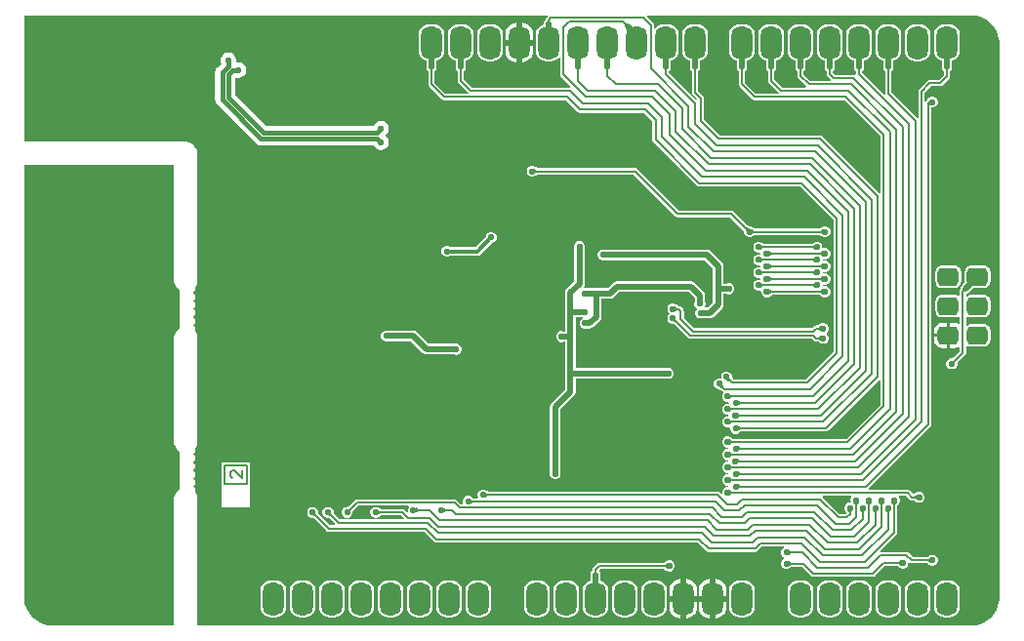
<source format=gbl>
G04*
G04 #@! TF.GenerationSoftware,Altium Limited,Altium Designer,21.1.1 (26)*
G04*
G04 Layer_Physical_Order=2*
G04 Layer_Color=16711680*
%FSAX44Y44*%
%MOMM*%
G71*
G04*
G04 #@! TF.SameCoordinates,35B4BD9A-10F4-4648-9EF8-68C66FDF8F35*
G04*
G04*
G04 #@! TF.FilePolarity,Positive*
G04*
G01*
G75*
%ADD10C,0.2000*%
%ADD12C,0.1500*%
%ADD66C,0.3000*%
%ADD68C,0.5000*%
%ADD69C,0.4000*%
G04:AMPARAMS|DCode=72|XSize=1.8mm|YSize=1.6mm|CornerRadius=0.4mm|HoleSize=0mm|Usage=FLASHONLY|Rotation=0.000|XOffset=0mm|YOffset=0mm|HoleType=Round|Shape=RoundedRectangle|*
%AMROUNDEDRECTD72*
21,1,1.8000,0.8000,0,0,0.0*
21,1,1.0000,1.6000,0,0,0.0*
1,1,0.8000,0.5000,-0.4000*
1,1,0.8000,-0.5000,-0.4000*
1,1,0.8000,-0.5000,0.4000*
1,1,0.8000,0.5000,0.4000*
%
%ADD72ROUNDEDRECTD72*%
%ADD73C,0.5500*%
G04:AMPARAMS|DCode=74|XSize=2.8mm|YSize=1.8mm|CornerRadius=0.675mm|HoleSize=0mm|Usage=FLASHONLY|Rotation=90.000|XOffset=0mm|YOffset=0mm|HoleType=Round|Shape=RoundedRectangle|*
%AMROUNDEDRECTD74*
21,1,2.8000,0.4500,0,0,90.0*
21,1,1.4500,1.8000,0,0,90.0*
1,1,1.3500,0.2250,0.7250*
1,1,1.3500,0.2250,-0.7250*
1,1,1.3500,-0.2250,-0.7250*
1,1,1.3500,-0.2250,0.7250*
%
%ADD74ROUNDEDRECTD74*%
G36*
X00830869Y00534476D02*
X00834022Y00533631D01*
X00837038Y00532382D01*
X00839865Y00530750D01*
X00842454Y00528763D01*
X00844763Y00526454D01*
X00846750Y00523865D01*
X00848382Y00521037D01*
X00849631Y00518022D01*
X00850476Y00514869D01*
X00850902Y00511632D01*
X00850902Y00510000D01*
X00850902Y00030000D01*
Y00028368D01*
X00850476Y00025131D01*
X00849631Y00021978D01*
X00848382Y00018963D01*
X00846750Y00016135D01*
X00844763Y00013546D01*
X00842454Y00011237D01*
X00839865Y00009250D01*
X00837038Y00007618D01*
X00834022Y00006369D01*
X00830869Y00005524D01*
X00827632Y00005098D01*
X00826000D01*
X00155102Y00005098D01*
Y00115000D01*
Y00115995D01*
X00154714Y00117946D01*
X00153952Y00119785D01*
X00153157Y00120975D01*
X00153500Y00121804D01*
Y00123196D01*
X00152967Y00124483D01*
X00151983Y00125467D01*
Y00126533D01*
X00152967Y00127517D01*
X00153500Y00128804D01*
Y00130196D01*
X00152967Y00131483D01*
X00151983Y00132467D01*
Y00133533D01*
X00152967Y00134517D01*
X00153500Y00135804D01*
Y00137196D01*
X00152967Y00138483D01*
X00151983Y00139467D01*
X00151903Y00139500D01*
Y00140500D01*
X00151983Y00140533D01*
X00152967Y00141517D01*
X00153500Y00142804D01*
Y00144196D01*
X00152967Y00145483D01*
X00151983Y00146467D01*
Y00147533D01*
X00152967Y00148517D01*
X00153500Y00149804D01*
Y00151196D01*
X00152967Y00152483D01*
X00151983Y00153467D01*
Y00154533D01*
X00152967Y00155517D01*
X00153500Y00156804D01*
Y00158196D01*
X00153155Y00159029D01*
X00153949Y00160217D01*
X00154710Y00162055D01*
X00155098Y00164005D01*
Y00165000D01*
Y00255000D01*
Y00255994D01*
X00154710Y00257945D01*
X00153949Y00259783D01*
X00153155Y00260971D01*
X00153500Y00261804D01*
Y00263196D01*
X00152967Y00264483D01*
X00151983Y00265467D01*
Y00266533D01*
X00152967Y00267517D01*
X00153500Y00268804D01*
Y00270196D01*
X00152967Y00271483D01*
X00151983Y00272467D01*
Y00273533D01*
X00152967Y00274517D01*
X00153500Y00275804D01*
Y00277196D01*
X00152967Y00278483D01*
X00151983Y00279467D01*
X00151903Y00279500D01*
Y00280500D01*
X00151983Y00280533D01*
X00152967Y00281517D01*
X00153500Y00282804D01*
Y00284196D01*
X00152967Y00285483D01*
X00151983Y00286467D01*
Y00287533D01*
X00152967Y00288517D01*
X00153500Y00289804D01*
Y00291196D01*
X00152967Y00292483D01*
X00151983Y00293467D01*
Y00294533D01*
X00152967Y00295517D01*
X00153500Y00296804D01*
Y00298196D01*
X00153157Y00299025D01*
X00153952Y00300215D01*
X00154714Y00302054D01*
X00155102Y00304005D01*
Y00305000D01*
Y00415000D01*
Y00415995D01*
X00154714Y00417946D01*
X00153952Y00419785D01*
X00152847Y00421439D01*
X00151439Y00422847D01*
X00149785Y00423952D01*
X00147946Y00424714D01*
X00145995Y00425102D01*
X00005098D01*
X00005098Y00534902D01*
X00458523Y00534902D01*
X00458937Y00533902D01*
X00457750Y00532716D01*
X00457143Y00531806D01*
X00456999Y00531086D01*
X00456489Y00530744D01*
X00455494Y00529256D01*
X00455145Y00527500D01*
Y00526926D01*
X00453070Y00526066D01*
X00451242Y00524664D01*
X00449840Y00522836D01*
X00448958Y00520707D01*
X00448657Y00518423D01*
Y00503923D01*
X00448958Y00501639D01*
X00449840Y00499510D01*
X00451242Y00497682D01*
X00453070Y00496280D01*
X00455199Y00495398D01*
X00457483Y00495098D01*
X00461983D01*
X00464267Y00495398D01*
X00466396Y00496280D01*
X00468224Y00497682D01*
X00468696Y00498298D01*
X00469696Y00497959D01*
Y00483346D01*
X00469910Y00482273D01*
X00470517Y00481363D01*
X00478627Y00473254D01*
X00478377Y00472575D01*
X00478163Y00472304D01*
X00393421D01*
X00386337Y00479388D01*
Y00486380D01*
X00386777Y00486675D01*
X00387772Y00488163D01*
X00388121Y00489919D01*
Y00495420D01*
X00390196Y00496280D01*
X00392024Y00497682D01*
X00393426Y00499510D01*
X00394308Y00501639D01*
X00394608Y00503923D01*
Y00518423D01*
X00394308Y00520707D01*
X00393426Y00522836D01*
X00392024Y00524664D01*
X00390196Y00526066D01*
X00388067Y00526948D01*
X00385783Y00527248D01*
X00381283D01*
X00378999Y00526948D01*
X00376870Y00526066D01*
X00375042Y00524664D01*
X00373640Y00522836D01*
X00372758Y00520707D01*
X00372458Y00518423D01*
Y00503923D01*
X00372758Y00501639D01*
X00373640Y00499510D01*
X00375042Y00497682D01*
X00376870Y00496280D01*
X00378945Y00495420D01*
Y00489919D01*
X00379294Y00488163D01*
X00380289Y00486675D01*
X00380729Y00486380D01*
Y00478227D01*
X00380943Y00477154D01*
X00381550Y00476244D01*
X00389991Y00467804D01*
X00389586Y00466804D01*
X00370421D01*
X00360937Y00476288D01*
Y00486380D01*
X00361377Y00486675D01*
X00362372Y00488163D01*
X00362721Y00489919D01*
Y00495420D01*
X00364796Y00496280D01*
X00366624Y00497682D01*
X00368026Y00499510D01*
X00368908Y00501639D01*
X00369208Y00503923D01*
Y00518423D01*
X00368908Y00520707D01*
X00368026Y00522836D01*
X00366624Y00524664D01*
X00364796Y00526066D01*
X00362667Y00526948D01*
X00360383Y00527248D01*
X00355883D01*
X00353599Y00526948D01*
X00351470Y00526066D01*
X00349642Y00524664D01*
X00348240Y00522836D01*
X00347358Y00520707D01*
X00347057Y00518423D01*
Y00503923D01*
X00347358Y00501639D01*
X00348240Y00499510D01*
X00349642Y00497682D01*
X00351470Y00496280D01*
X00353545Y00495420D01*
Y00489919D01*
X00353894Y00488163D01*
X00354889Y00486675D01*
X00355329Y00486380D01*
Y00475127D01*
X00355543Y00474054D01*
X00356150Y00473144D01*
X00367277Y00462017D01*
X00368187Y00461409D01*
X00369260Y00461196D01*
X00474839D01*
X00485017Y00451017D01*
X00485927Y00450410D01*
X00487000Y00450196D01*
X00542339D01*
X00549696Y00442839D01*
Y00427000D01*
X00549910Y00425927D01*
X00550517Y00425017D01*
X00588517Y00387017D01*
X00589427Y00386410D01*
X00590500Y00386196D01*
X00678060D01*
X00706761Y00357496D01*
Y00242726D01*
X00682839Y00218804D01*
X00620161D01*
X00619370Y00219595D01*
X00618750Y00221719D01*
Y00221945D01*
X00618027Y00223691D01*
X00616691Y00225027D01*
X00614945Y00225750D01*
X00613055D01*
X00611309Y00225027D01*
X00609973Y00223691D01*
X00609250Y00221945D01*
Y00220664D01*
X00609015Y00219975D01*
X00608326Y00219740D01*
X00607045D01*
X00605299Y00219016D01*
X00603963Y00217680D01*
X00603240Y00215934D01*
Y00214045D01*
X00603963Y00212299D01*
X00605299Y00210963D01*
X00607045Y00210240D01*
X00607270D01*
X00609395Y00209619D01*
X00610496Y00208517D01*
X00610998Y00208182D01*
X00611232Y00207002D01*
X00610920Y00206691D01*
X00610197Y00204945D01*
Y00203055D01*
X00610920Y00201309D01*
X00612257Y00199973D01*
X00614002Y00199250D01*
X00615892D01*
X00616592Y00198500D01*
X00616362Y00198254D01*
X00615670Y00197750D01*
X00614002D01*
X00612257Y00197027D01*
X00610920Y00195691D01*
X00610197Y00193945D01*
Y00192055D01*
X00610920Y00190309D01*
X00612257Y00188973D01*
X00614002Y00188250D01*
X00615892D01*
X00615964Y00188183D01*
Y00187720D01*
X00614992Y00186750D01*
X00614002D01*
X00612257Y00186027D01*
X00610920Y00184691D01*
X00610197Y00182945D01*
Y00181055D01*
X00610920Y00179309D01*
X00612257Y00177973D01*
X00614002Y00177250D01*
X00615892D01*
X00616197Y00177376D01*
X00617197Y00176708D01*
Y00175555D01*
X00617920Y00173809D01*
X00619257Y00172473D01*
X00621002Y00171750D01*
X00622892D01*
X00624638Y00172473D01*
X00624797Y00172633D01*
X00626738Y00173696D01*
X00700361D01*
X00701434Y00173910D01*
X00702344Y00174517D01*
X00746410Y00218583D01*
X00747410Y00218169D01*
Y00196875D01*
X00717839Y00167304D01*
X00619791D01*
X00617850Y00168367D01*
X00617691Y00168527D01*
X00615945Y00169250D01*
X00614055D01*
X00612309Y00168527D01*
X00610973Y00167191D01*
X00610250Y00165445D01*
Y00163555D01*
X00610973Y00161809D01*
X00612309Y00160473D01*
X00614055Y00159750D01*
X00615945D01*
X00616644Y00159000D01*
X00616415Y00158754D01*
X00615723Y00158250D01*
X00614055D01*
X00612309Y00157527D01*
X00610973Y00156191D01*
X00610250Y00154445D01*
Y00152555D01*
X00610973Y00150809D01*
X00612309Y00149473D01*
X00614055Y00148750D01*
X00615945D01*
X00616017Y00148683D01*
Y00148220D01*
X00615045Y00147250D01*
X00614055D01*
X00612309Y00146527D01*
X00610973Y00145191D01*
X00610250Y00143445D01*
Y00141555D01*
X00610973Y00139809D01*
X00612309Y00138473D01*
X00614055Y00137750D01*
X00615945D01*
X00616644Y00137000D01*
X00616415Y00136754D01*
X00615723Y00136250D01*
X00614055D01*
X00612309Y00135527D01*
X00610973Y00134191D01*
X00610250Y00132445D01*
Y00130555D01*
X00610973Y00128809D01*
X00612309Y00127473D01*
X00614055Y00126750D01*
X00615945D01*
X00616644Y00126000D01*
X00616415Y00125754D01*
X00615723Y00125250D01*
X00614055D01*
X00612309Y00124527D01*
X00610973Y00123191D01*
X00610250Y00121445D01*
Y00120129D01*
X00609250Y00119715D01*
X00608483Y00120483D01*
X00607573Y00121090D01*
X00606500Y00121304D01*
X00407751Y00121304D01*
X00406063Y00122155D01*
X00405691Y00122527D01*
X00403945Y00123250D01*
X00402055D01*
X00400309Y00122527D01*
X00398973Y00121191D01*
X00398250Y00119445D01*
Y00117555D01*
X00398561Y00116804D01*
X00397893Y00115804D01*
X00394751D01*
X00393063Y00116655D01*
X00392691Y00117027D01*
X00390945Y00117750D01*
X00389055D01*
X00387309Y00117027D01*
X00385973Y00115691D01*
X00385250Y00113945D01*
Y00112055D01*
X00385561Y00111304D01*
X00384893Y00110304D01*
X00383921D01*
X00380180Y00114045D01*
X00379270Y00114653D01*
X00378197Y00114867D01*
X00293563D01*
X00292490Y00114653D01*
X00291580Y00114045D01*
X00286377Y00108842D01*
X00284581Y00108250D01*
X00284055D01*
X00282309Y00107527D01*
X00280973Y00106191D01*
X00280250Y00104445D01*
Y00102555D01*
X00280973Y00100809D01*
X00282309Y00099473D01*
X00284055Y00098750D01*
X00285945D01*
X00287691Y00099473D01*
X00289027Y00100809D01*
X00289750Y00102555D01*
Y00103081D01*
X00290342Y00104877D01*
X00294724Y00109259D01*
X00338235D01*
X00338618Y00108335D01*
X00338473Y00108191D01*
X00337750Y00106445D01*
Y00104555D01*
X00338065Y00103794D01*
X00337217Y00103228D01*
X00334963Y00105483D01*
X00334053Y00106090D01*
X00332980Y00106304D01*
X00314751D01*
X00313063Y00107155D01*
X00312691Y00107527D01*
X00310945Y00108250D01*
X00309055D01*
X00307309Y00107527D01*
X00305973Y00106191D01*
X00305250Y00104445D01*
Y00102555D01*
X00305973Y00100809D01*
X00307309Y00099473D01*
X00309055Y00098750D01*
X00310945D01*
X00312691Y00099473D01*
X00313063Y00099845D01*
X00314751Y00100696D01*
X00331819D01*
X00334287Y00098228D01*
X00333904Y00097304D01*
X00278661D01*
X00273842Y00102123D01*
X00273250Y00103919D01*
Y00104445D01*
X00272527Y00106191D01*
X00271191Y00107527D01*
X00269445Y00108250D01*
X00267555D01*
X00265809Y00107527D01*
X00264473Y00106191D01*
X00263750Y00104445D01*
Y00102555D01*
X00264473Y00100809D01*
X00265809Y00099473D01*
X00267555Y00098750D01*
X00268081D01*
X00269877Y00098158D01*
X00274731Y00093304D01*
X00274317Y00092304D01*
X00270161D01*
X00260342Y00102123D01*
X00259750Y00103919D01*
Y00104445D01*
X00259027Y00106191D01*
X00257691Y00107527D01*
X00255945Y00108250D01*
X00254055D01*
X00252309Y00107527D01*
X00250973Y00106191D01*
X00250250Y00104445D01*
Y00102555D01*
X00250973Y00100809D01*
X00252309Y00099473D01*
X00254055Y00098750D01*
X00254581D01*
X00256377Y00098158D01*
X00267017Y00087517D01*
X00267927Y00086910D01*
X00269000Y00086696D01*
X00352031D01*
X00360710Y00078017D01*
X00361620Y00077410D01*
X00362693Y00077196D01*
X00589391D01*
X00596570Y00070017D01*
X00597480Y00069410D01*
X00598553Y00069196D01*
X00638947D01*
X00640020Y00069410D01*
X00640930Y00070017D01*
X00644609Y00073696D01*
X00663519D01*
X00663718Y00072696D01*
X00663309Y00072527D01*
X00661973Y00071191D01*
X00661250Y00069445D01*
Y00067555D01*
X00661973Y00065809D01*
X00663309Y00064473D01*
X00663749Y00064291D01*
Y00063209D01*
X00663309Y00063027D01*
X00661973Y00061691D01*
X00661250Y00059945D01*
Y00058055D01*
X00661973Y00056309D01*
X00663309Y00054973D01*
X00665055Y00054250D01*
X00666945D01*
X00668691Y00054973D01*
X00668850Y00055133D01*
X00670791Y00056196D01*
X00679839D01*
X00687517Y00048517D01*
X00688427Y00047910D01*
X00689500Y00047696D01*
X00741087D01*
X00742160Y00047910D01*
X00743070Y00048517D01*
X00751249Y00056696D01*
X00762209D01*
X00764150Y00055633D01*
X00764309Y00055473D01*
X00766055Y00054750D01*
X00767945D01*
X00769691Y00055473D01*
X00771027Y00056809D01*
X00771750Y00058555D01*
Y00059236D01*
X00772750Y00059743D01*
X00773249Y00059410D01*
X00774322Y00059196D01*
X00787709D01*
X00789650Y00058133D01*
X00789809Y00057973D01*
X00791555Y00057250D01*
X00793445D01*
X00795191Y00057973D01*
X00796527Y00059309D01*
X00797250Y00061055D01*
Y00062945D01*
X00796527Y00064691D01*
X00795191Y00066027D01*
X00793445Y00066750D01*
X00791555D01*
X00789809Y00066027D01*
X00789650Y00065867D01*
X00787709Y00064804D01*
X00775483D01*
X00771795Y00068492D01*
X00770885Y00069100D01*
X00769812Y00069314D01*
X00748140D01*
X00747903Y00069622D01*
X00747680Y00070268D01*
X00761483Y00084070D01*
X00762091Y00084980D01*
X00762304Y00086053D01*
Y00109209D01*
X00763367Y00111150D01*
X00763527Y00111309D01*
X00764250Y00113055D01*
Y00114945D01*
X00763527Y00116691D01*
X00763445Y00116772D01*
X00763828Y00117696D01*
X00769839D01*
X00773017Y00114517D01*
X00773927Y00113910D01*
X00775000Y00113696D01*
X00776297D01*
X00778238Y00112633D01*
X00778397Y00112473D01*
X00780143Y00111750D01*
X00782032D01*
X00783778Y00112473D01*
X00785115Y00113809D01*
X00785838Y00115555D01*
Y00117445D01*
X00785115Y00119191D01*
X00783778Y00120527D01*
X00782032Y00121250D01*
X00780143D01*
X00778397Y00120527D01*
X00778238Y00120367D01*
X00776297Y00119304D01*
X00776161D01*
X00772983Y00122483D01*
X00772073Y00123090D01*
X00771000Y00123304D01*
X00737622D01*
X00737216Y00124304D01*
X00790696Y00177784D01*
X00791304Y00178693D01*
X00791517Y00179766D01*
Y00453901D01*
X00791980Y00454745D01*
X00792014Y00454750D01*
X00793445D01*
X00795191Y00455473D01*
X00796527Y00456809D01*
X00797250Y00458555D01*
Y00460445D01*
X00796527Y00462191D01*
X00795191Y00463527D01*
X00793445Y00464250D01*
X00791555D01*
X00789809Y00463527D01*
X00788473Y00462191D01*
X00788301Y00461776D01*
X00787017Y00459894D01*
X00786017Y00460202D01*
Y00467730D01*
X00791484Y00473196D01*
X00799500D01*
X00800573Y00473410D01*
X00801483Y00474017D01*
X00807156Y00479690D01*
X00807763Y00480600D01*
X00807977Y00481673D01*
Y00486380D01*
X00808417Y00486675D01*
X00809412Y00488163D01*
X00809761Y00489919D01*
Y00495420D01*
X00811836Y00496280D01*
X00813664Y00497682D01*
X00815066Y00499510D01*
X00815948Y00501639D01*
X00816248Y00503923D01*
Y00518423D01*
X00815948Y00520707D01*
X00815066Y00522836D01*
X00813664Y00524664D01*
X00811836Y00526066D01*
X00809707Y00526948D01*
X00807423Y00527248D01*
X00802923D01*
X00800639Y00526948D01*
X00798510Y00526066D01*
X00796683Y00524664D01*
X00795280Y00522836D01*
X00794398Y00520707D01*
X00794098Y00518423D01*
Y00503923D01*
X00794398Y00501639D01*
X00795280Y00499510D01*
X00796683Y00497682D01*
X00798510Y00496280D01*
X00800585Y00495420D01*
Y00489919D01*
X00800934Y00488163D01*
X00801929Y00486675D01*
X00802369Y00486380D01*
Y00482834D01*
X00798339Y00478804D01*
X00790322D01*
X00789249Y00478590D01*
X00788340Y00477983D01*
X00781231Y00470874D01*
X00780623Y00469964D01*
X00780409Y00468891D01*
Y00445965D01*
X00779409Y00445559D01*
X00757177Y00467792D01*
X00757177Y00486380D01*
X00757617Y00486675D01*
X00758612Y00488163D01*
X00758961Y00489919D01*
Y00495420D01*
X00761036Y00496280D01*
X00762864Y00497682D01*
X00764266Y00499510D01*
X00765148Y00501639D01*
X00765449Y00503923D01*
Y00518423D01*
X00765148Y00520707D01*
X00764266Y00522836D01*
X00762864Y00524664D01*
X00761036Y00526066D01*
X00758907Y00526948D01*
X00756623Y00527248D01*
X00752123D01*
X00749839Y00526948D01*
X00747710Y00526066D01*
X00745882Y00524664D01*
X00744480Y00522836D01*
X00743598Y00520707D01*
X00743298Y00518423D01*
Y00503923D01*
X00743598Y00501639D01*
X00744480Y00499510D01*
X00745882Y00497682D01*
X00747710Y00496280D01*
X00749785Y00495420D01*
Y00489919D01*
X00750134Y00488163D01*
X00751129Y00486675D01*
X00751569Y00486380D01*
X00751569Y00466631D01*
X00751621Y00466371D01*
X00750699Y00465879D01*
X00731777Y00484801D01*
Y00486380D01*
X00732217Y00486675D01*
X00733212Y00488163D01*
X00733561Y00489919D01*
Y00495420D01*
X00735636Y00496280D01*
X00737464Y00497682D01*
X00738866Y00499510D01*
X00739748Y00501639D01*
X00740049Y00503923D01*
Y00518423D01*
X00739748Y00520707D01*
X00738866Y00522836D01*
X00737464Y00524664D01*
X00735636Y00526066D01*
X00733507Y00526948D01*
X00731223Y00527248D01*
X00726723D01*
X00724439Y00526948D01*
X00722310Y00526066D01*
X00720482Y00524664D01*
X00719080Y00522836D01*
X00718198Y00520707D01*
X00717897Y00518423D01*
Y00503923D01*
X00718198Y00501639D01*
X00719080Y00499510D01*
X00720482Y00497682D01*
X00722310Y00496280D01*
X00724385Y00495420D01*
Y00489919D01*
X00724734Y00488163D01*
X00725729Y00486675D01*
X00726169Y00486380D01*
Y00483784D01*
X00725750Y00483403D01*
X00725253Y00483121D01*
X00724334Y00483304D01*
X00708161D01*
X00706377Y00485088D01*
Y00486380D01*
X00706817Y00486675D01*
X00707812Y00488163D01*
X00708161Y00489919D01*
Y00495420D01*
X00710236Y00496280D01*
X00712064Y00497682D01*
X00713466Y00499510D01*
X00714348Y00501639D01*
X00714649Y00503923D01*
Y00518423D01*
X00714348Y00520707D01*
X00713466Y00522836D01*
X00712064Y00524664D01*
X00710236Y00526066D01*
X00708107Y00526948D01*
X00705823Y00527248D01*
X00701323D01*
X00699039Y00526948D01*
X00696910Y00526066D01*
X00695082Y00524664D01*
X00693680Y00522836D01*
X00692798Y00520707D01*
X00692497Y00518423D01*
Y00503923D01*
X00692798Y00501639D01*
X00693680Y00499510D01*
X00695082Y00497682D01*
X00696910Y00496280D01*
X00698985Y00495420D01*
Y00489919D01*
X00699334Y00488163D01*
X00700329Y00486675D01*
X00700769Y00486380D01*
Y00483927D01*
X00700983Y00482854D01*
X00701590Y00481944D01*
X00704731Y00478804D01*
X00704326Y00477804D01*
X00686661D01*
X00680977Y00483488D01*
Y00486380D01*
X00681417Y00486675D01*
X00682412Y00488163D01*
X00682761Y00489919D01*
Y00495420D01*
X00684836Y00496280D01*
X00686664Y00497682D01*
X00688066Y00499510D01*
X00688948Y00501639D01*
X00689249Y00503923D01*
Y00518423D01*
X00688948Y00520707D01*
X00688066Y00522836D01*
X00686664Y00524664D01*
X00684836Y00526066D01*
X00682707Y00526948D01*
X00680423Y00527248D01*
X00675923D01*
X00673639Y00526948D01*
X00671510Y00526066D01*
X00669682Y00524664D01*
X00668280Y00522836D01*
X00667398Y00520707D01*
X00667097Y00518423D01*
Y00503923D01*
X00667398Y00501639D01*
X00668280Y00499510D01*
X00669682Y00497682D01*
X00671510Y00496280D01*
X00673585Y00495420D01*
Y00489919D01*
X00673934Y00488163D01*
X00674929Y00486675D01*
X00675369Y00486380D01*
Y00482327D01*
X00675583Y00481254D01*
X00676190Y00480344D01*
X00683231Y00473304D01*
X00682826Y00472304D01*
X00662661D01*
X00655577Y00479388D01*
Y00486380D01*
X00656017Y00486675D01*
X00657012Y00488163D01*
X00657361Y00489919D01*
Y00495420D01*
X00659436Y00496280D01*
X00661264Y00497682D01*
X00662666Y00499510D01*
X00663548Y00501639D01*
X00663848Y00503923D01*
Y00518423D01*
X00663548Y00520707D01*
X00662666Y00522836D01*
X00661264Y00524664D01*
X00659436Y00526066D01*
X00657307Y00526948D01*
X00655023Y00527248D01*
X00650523D01*
X00648239Y00526948D01*
X00646110Y00526066D01*
X00644283Y00524664D01*
X00642880Y00522836D01*
X00641998Y00520707D01*
X00641697Y00518423D01*
Y00503923D01*
X00641998Y00501639D01*
X00642880Y00499510D01*
X00644283Y00497682D01*
X00646110Y00496280D01*
X00648185Y00495420D01*
Y00489919D01*
X00648534Y00488163D01*
X00649529Y00486675D01*
X00649969Y00486380D01*
Y00478227D01*
X00650183Y00477154D01*
X00650790Y00476244D01*
X00659231Y00467804D01*
X00658826Y00466804D01*
X00639661D01*
X00630177Y00476288D01*
Y00486380D01*
X00630617Y00486675D01*
X00631612Y00488163D01*
X00631961Y00489919D01*
Y00495420D01*
X00634036Y00496280D01*
X00635864Y00497682D01*
X00637266Y00499510D01*
X00638148Y00501639D01*
X00638448Y00503923D01*
Y00518423D01*
X00638148Y00520707D01*
X00637266Y00522836D01*
X00635864Y00524664D01*
X00634036Y00526066D01*
X00631907Y00526948D01*
X00629623Y00527248D01*
X00625123D01*
X00622839Y00526948D01*
X00620710Y00526066D01*
X00618882Y00524664D01*
X00617480Y00522836D01*
X00616598Y00520707D01*
X00616297Y00518423D01*
Y00503923D01*
X00616598Y00501639D01*
X00617480Y00499510D01*
X00618882Y00497682D01*
X00620710Y00496280D01*
X00622785Y00495420D01*
Y00489919D01*
X00623134Y00488163D01*
X00624129Y00486675D01*
X00624569Y00486380D01*
Y00475127D01*
X00624783Y00474054D01*
X00625390Y00473144D01*
X00636517Y00462017D01*
X00637427Y00461409D01*
X00638500Y00461196D01*
X00716339D01*
X00747410Y00430125D01*
Y00380861D01*
X00746410Y00380447D01*
X00697374Y00429483D01*
X00696464Y00430090D01*
X00695391Y00430304D01*
X00608661D01*
X00594807Y00444158D01*
Y00462357D01*
X00594594Y00463430D01*
X00593986Y00464339D01*
X00589537Y00468788D01*
X00589537Y00486380D01*
X00589977Y00486675D01*
X00590972Y00488163D01*
X00591321Y00489919D01*
Y00495420D01*
X00593396Y00496280D01*
X00595224Y00497682D01*
X00596626Y00499510D01*
X00597508Y00501639D01*
X00597808Y00503923D01*
Y00518423D01*
X00597508Y00520707D01*
X00596626Y00522836D01*
X00595224Y00524664D01*
X00593396Y00526066D01*
X00591267Y00526948D01*
X00588983Y00527248D01*
X00584483D01*
X00582199Y00526948D01*
X00580070Y00526066D01*
X00578242Y00524664D01*
X00576840Y00522836D01*
X00575958Y00520707D01*
X00575658Y00518423D01*
Y00503923D01*
X00575958Y00501639D01*
X00576840Y00499510D01*
X00578242Y00497682D01*
X00580070Y00496280D01*
X00582145Y00495420D01*
Y00489919D01*
X00582494Y00488163D01*
X00583489Y00486675D01*
X00583929Y00486380D01*
X00583929Y00467627D01*
X00584143Y00466554D01*
X00584750Y00465644D01*
X00588468Y00461926D01*
X00588461Y00461891D01*
X00587374Y00461564D01*
X00564137Y00484801D01*
Y00486380D01*
X00564577Y00486675D01*
X00565572Y00488163D01*
X00565921Y00489919D01*
Y00495420D01*
X00567996Y00496280D01*
X00569824Y00497682D01*
X00571226Y00499510D01*
X00572108Y00501639D01*
X00572408Y00503923D01*
Y00518423D01*
X00572108Y00520707D01*
X00571226Y00522836D01*
X00569824Y00524664D01*
X00567996Y00526066D01*
X00565867Y00526948D01*
X00563583Y00527248D01*
X00559083D01*
X00556799Y00526948D01*
X00554670Y00526066D01*
X00552842Y00524664D01*
X00552304Y00523962D01*
X00551304Y00524301D01*
Y00526500D01*
X00551090Y00527573D01*
X00550483Y00528483D01*
X00545063Y00533902D01*
X00545477Y00534902D01*
X00826000Y00534902D01*
X00827632D01*
X00830869Y00534476D01*
D02*
G37*
G36*
X00792085Y00456782D02*
X00789244Y00456928D01*
X00788193Y00457998D01*
X00790003Y00460651D01*
X00792085Y00456782D01*
D02*
G37*
G36*
X00617568Y00218493D02*
X00616507Y00217432D01*
X00613613Y00218277D01*
X00616723Y00221387D01*
X00617568Y00218493D01*
D02*
G37*
G36*
X00611558Y00212482D02*
X00610497Y00211422D01*
X00607602Y00212267D01*
X00610712Y00215377D01*
X00611558Y00212482D01*
D02*
G37*
G36*
X00619243Y00204750D02*
Y00203250D01*
X00616599Y00201801D01*
Y00206199D01*
X00619243Y00204750D01*
D02*
G37*
G36*
X00626243Y00199250D02*
Y00197750D01*
X00623599Y00196301D01*
Y00200699D01*
X00626243Y00199250D01*
D02*
G37*
G36*
X00619243Y00193750D02*
Y00192250D01*
X00616599Y00190801D01*
Y00195199D01*
X00619243Y00193750D01*
D02*
G37*
G36*
X00625743Y00188250D02*
Y00186750D01*
X00623099Y00185301D01*
Y00189699D01*
X00625743Y00188250D01*
D02*
G37*
G36*
X00619243Y00182750D02*
Y00181250D01*
X00616599Y00179801D01*
Y00184199D01*
X00619243Y00182750D01*
D02*
G37*
G36*
X00626243Y00177250D02*
X00626243Y00175750D01*
X00623599Y00174301D01*
X00623599Y00178699D01*
X00626243Y00177250D01*
D02*
G37*
G36*
X00619296Y00165250D02*
Y00163750D01*
X00616651Y00162301D01*
Y00166699D01*
X00619296Y00165250D01*
D02*
G37*
G36*
X00626296Y00159750D02*
Y00158250D01*
X00623651Y00156801D01*
Y00161199D01*
X00626296Y00159750D01*
D02*
G37*
G36*
X00619296Y00154250D02*
Y00152750D01*
X00616651Y00151301D01*
Y00155699D01*
X00619296Y00154250D01*
D02*
G37*
G36*
X00625796Y00148750D02*
Y00147250D01*
X00623151Y00145801D01*
Y00150199D01*
X00625796Y00148750D01*
D02*
G37*
G36*
X00619296Y00143250D02*
Y00141750D01*
X00616651Y00140301D01*
Y00144699D01*
X00619296Y00143250D01*
D02*
G37*
G36*
X00626296Y00137750D02*
X00626296Y00136250D01*
X00623651Y00134801D01*
X00623651Y00139199D01*
X00626296Y00137750D01*
D02*
G37*
G36*
X00619296Y00132250D02*
Y00130750D01*
X00616651Y00129301D01*
Y00133699D01*
X00619296Y00132250D01*
D02*
G37*
G36*
X00626296Y00126750D02*
Y00125250D01*
X00623651Y00123801D01*
Y00128199D01*
X00626296Y00126750D01*
D02*
G37*
G36*
X00619296Y00121250D02*
Y00119750D01*
X00616651Y00118301D01*
Y00122699D01*
X00619296Y00121250D01*
D02*
G37*
G36*
X00407296Y00119250D02*
X00407296Y00117750D01*
X00404964Y00116575D01*
X00404964Y00120425D01*
X00407296Y00119250D01*
D02*
G37*
G36*
X00779436Y00114301D02*
X00776792Y00115750D01*
Y00117250D01*
X00779436Y00118699D01*
Y00114301D01*
D02*
G37*
G36*
X00394296Y00113750D02*
X00394296Y00112250D01*
X00391964Y00111075D01*
X00391964Y00114925D01*
X00394296Y00113750D01*
D02*
G37*
G36*
X00738250Y00109704D02*
X00736750Y00109704D01*
X00735301Y00112349D01*
X00739699Y00112349D01*
X00738250Y00109704D01*
D02*
G37*
G36*
X00727250D02*
X00725750Y00109704D01*
X00724301Y00112349D01*
X00728699Y00112349D01*
X00727250Y00109704D01*
D02*
G37*
G36*
X00760250D02*
X00758750Y00109704D01*
X00757301Y00112349D01*
X00761699Y00112349D01*
X00760250Y00109704D01*
D02*
G37*
G36*
X00749250D02*
X00747750Y00109704D01*
X00746301Y00112349D01*
X00750699Y00112349D01*
X00749250Y00109704D01*
D02*
G37*
G36*
X00346796Y00106250D02*
Y00104750D01*
X00344464Y00103575D01*
Y00107425D01*
X00346796Y00106250D01*
D02*
G37*
G36*
X00371296Y00106250D02*
Y00104750D01*
X00368964Y00103575D01*
Y00107425D01*
X00371296Y00106250D01*
D02*
G37*
G36*
X00288568Y00106007D02*
X00287750Y00103527D01*
X00285028Y00106250D01*
X00287507Y00107068D01*
X00288568Y00106007D01*
D02*
G37*
G36*
X00732750Y00102704D02*
X00731250Y00102704D01*
X00729801Y00105349D01*
X00734199Y00105349D01*
X00732750Y00102704D01*
D02*
G37*
G36*
X00721750Y00102704D02*
X00720250D01*
X00718801Y00105349D01*
X00723199D01*
X00721750Y00102704D01*
D02*
G37*
G36*
X00754750Y00102704D02*
X00753250Y00102704D01*
X00751801Y00105349D01*
X00756199Y00105349D01*
X00754750Y00102704D01*
D02*
G37*
G36*
X00743750Y00102704D02*
X00742250Y00102704D01*
X00740801Y00105349D01*
X00745199Y00105349D01*
X00743750Y00102704D01*
D02*
G37*
G36*
X00722555Y00116772D02*
X00722473Y00116691D01*
X00721750Y00114945D01*
Y00113055D01*
X00721877Y00112750D01*
X00721208Y00111750D01*
X00720055D01*
X00718309Y00111027D01*
X00716973Y00109691D01*
X00716250Y00107945D01*
Y00106055D01*
X00716973Y00104309D01*
X00717133Y00104150D01*
X00717859Y00102824D01*
X00716839Y00101804D01*
X00712161D01*
X00697269Y00116696D01*
X00697674Y00117696D01*
X00722172D01*
X00722555Y00116772D01*
D02*
G37*
G36*
X00314296Y00104250D02*
Y00102750D01*
X00311964Y00101575D01*
Y00105425D01*
X00314296Y00104250D01*
D02*
G37*
G36*
X00258568Y00100993D02*
X00257507Y00099932D01*
X00255028Y00100750D01*
X00257750Y00103472D01*
X00258568Y00100993D01*
D02*
G37*
G36*
X00272068Y00100993D02*
X00271007Y00099932D01*
X00268528Y00100750D01*
X00271250Y00103472D01*
X00272068Y00100993D01*
D02*
G37*
G36*
X00670296Y00069250D02*
Y00067750D01*
X00667651Y00066301D01*
Y00070699D01*
X00670296Y00069250D01*
D02*
G37*
G36*
X00790849Y00059801D02*
X00788204Y00061250D01*
Y00062750D01*
X00790849Y00064199D01*
Y00059801D01*
D02*
G37*
G36*
X00765349Y00057301D02*
X00762704Y00058750D01*
Y00060250D01*
X00765349Y00061699D01*
Y00057301D01*
D02*
G37*
G36*
X00670296Y00059750D02*
Y00058250D01*
X00667651Y00056801D01*
Y00061199D01*
X00670296Y00059750D01*
D02*
G37*
G36*
X00134898Y00305000D02*
Y00304005D01*
X00135286Y00302054D01*
X00135286Y00302054D01*
X00136048Y00300215D01*
X00136048Y00300215D01*
Y00300215D01*
X00137153Y00298561D01*
X00138561Y00297153D01*
X00138561D01*
Y00297153D01*
X00140000Y00296192D01*
Y00263804D01*
X00138563Y00262844D01*
X00137156Y00261437D01*
X00137156Y00261437D01*
X00136051Y00259783D01*
X00135290Y00257945D01*
X00135031Y00256642D01*
X00134902Y00255994D01*
Y00255000D01*
X00134902Y00255000D01*
X00134902Y00165000D01*
Y00164005D01*
X00135056Y00163229D01*
X00135290Y00162055D01*
X00136051Y00160217D01*
X00137156Y00158563D01*
X00137156Y00158563D01*
X00138563Y00157156D01*
X00138563Y00157156D01*
X00140000Y00156196D01*
Y00123808D01*
X00138561Y00122847D01*
X00137153Y00121439D01*
Y00121439D01*
X00137153D01*
X00136048Y00119785D01*
X00135286Y00117946D01*
X00134975Y00116383D01*
X00134898Y00115995D01*
Y00115000D01*
Y00005098D01*
X00028368D01*
X00025131Y00005524D01*
X00021978Y00006369D01*
X00018963Y00007618D01*
X00016135Y00009250D01*
X00013546Y00011237D01*
X00011237Y00013546D01*
X00009250Y00016135D01*
X00007618Y00018962D01*
X00006369Y00021978D01*
X00005524Y00025131D01*
X00005098Y00028368D01*
X00005098Y00030000D01*
X00005098Y00404898D01*
X00134898D01*
Y00305000D01*
D02*
G37*
%LPC*%
G36*
X00436833Y00528224D02*
Y00513673D01*
X00446417D01*
Y00518423D01*
X00446082Y00520968D01*
X00445100Y00523340D01*
X00443537Y00525377D01*
X00441500Y00526940D01*
X00439128Y00527922D01*
X00436833Y00528224D01*
D02*
G37*
G36*
X00431833D02*
X00429538Y00527922D01*
X00427166Y00526940D01*
X00425129Y00525377D01*
X00423566Y00523340D01*
X00422584Y00520968D01*
X00422249Y00518423D01*
Y00513673D01*
X00431833D01*
Y00528224D01*
D02*
G37*
G36*
X00782023Y00527248D02*
X00777523D01*
X00775239Y00526948D01*
X00773110Y00526066D01*
X00771283Y00524664D01*
X00769880Y00522836D01*
X00768998Y00520707D01*
X00768698Y00518423D01*
Y00503923D01*
X00768998Y00501639D01*
X00769880Y00499510D01*
X00771283Y00497682D01*
X00773110Y00496280D01*
X00775239Y00495398D01*
X00777523Y00495098D01*
X00782023D01*
X00784307Y00495398D01*
X00786436Y00496280D01*
X00788264Y00497682D01*
X00789666Y00499510D01*
X00790548Y00501639D01*
X00790848Y00503923D01*
Y00518423D01*
X00790548Y00520707D01*
X00789666Y00522836D01*
X00788264Y00524664D01*
X00786436Y00526066D01*
X00784307Y00526948D01*
X00782023Y00527248D01*
D02*
G37*
G36*
X00411183D02*
X00406683D01*
X00404399Y00526948D01*
X00402270Y00526066D01*
X00400443Y00524664D01*
X00399040Y00522836D01*
X00398158Y00520707D01*
X00397858Y00518423D01*
Y00503923D01*
X00398158Y00501639D01*
X00399040Y00499510D01*
X00400443Y00497682D01*
X00402270Y00496280D01*
X00404399Y00495398D01*
X00406683Y00495098D01*
X00411183D01*
X00413467Y00495398D01*
X00415596Y00496280D01*
X00417424Y00497682D01*
X00418826Y00499510D01*
X00419708Y00501639D01*
X00420009Y00503923D01*
Y00518423D01*
X00419708Y00520707D01*
X00418826Y00522836D01*
X00417424Y00524664D01*
X00415596Y00526066D01*
X00413467Y00526948D01*
X00411183Y00527248D01*
D02*
G37*
G36*
X00446417Y00508673D02*
X00436833D01*
Y00494122D01*
X00439128Y00494424D01*
X00441500Y00495406D01*
X00443537Y00496969D01*
X00445100Y00499006D01*
X00446082Y00501378D01*
X00446417Y00503923D01*
Y00508673D01*
D02*
G37*
G36*
X00431833D02*
X00422249D01*
Y00503923D01*
X00422584Y00501378D01*
X00423566Y00499006D01*
X00425129Y00496969D01*
X00427166Y00495406D01*
X00429538Y00494424D01*
X00431833Y00494122D01*
Y00508673D01*
D02*
G37*
G36*
X00182889Y00502700D02*
X00181111D01*
X00179395Y00502240D01*
X00177855Y00501351D01*
X00176599Y00500094D01*
X00175710Y00498555D01*
X00175250Y00496838D01*
Y00495061D01*
X00175710Y00493344D01*
X00175738Y00493296D01*
X00172375Y00489934D01*
X00171413Y00488680D01*
X00171163Y00488076D01*
X00170809Y00487221D01*
X00170602Y00485654D01*
Y00461421D01*
X00170809Y00459855D01*
X00171163Y00459000D01*
X00171413Y00458395D01*
X00172375Y00457142D01*
X00205796Y00423721D01*
X00207050Y00422759D01*
X00208509Y00422155D01*
X00210075Y00421948D01*
X00308196D01*
X00308210Y00421895D01*
X00309099Y00420355D01*
X00310355Y00419099D01*
X00311895Y00418210D01*
X00313611Y00417750D01*
X00315389D01*
X00317105Y00418210D01*
X00318645Y00419099D01*
X00319901Y00420355D01*
X00320790Y00421895D01*
X00321250Y00423611D01*
Y00425389D01*
X00320790Y00427105D01*
X00319901Y00428645D01*
X00318645Y00429901D01*
X00318257Y00430125D01*
Y00431125D01*
X00318645Y00431349D01*
X00319901Y00432605D01*
X00320790Y00434145D01*
X00321250Y00435861D01*
Y00437639D01*
X00320790Y00439355D01*
X00319901Y00440895D01*
X00318645Y00442151D01*
X00317105Y00443040D01*
X00315389Y00443500D01*
X00313611D01*
X00311895Y00443040D01*
X00310355Y00442151D01*
X00309099Y00440895D01*
X00308210Y00439355D01*
X00308196Y00439302D01*
X00214757D01*
X00187956Y00466102D01*
Y00479989D01*
X00188956Y00480757D01*
X00189773Y00480538D01*
X00191551D01*
X00193267Y00480998D01*
X00194807Y00481886D01*
X00196063Y00483143D01*
X00196952Y00484682D01*
X00197412Y00486399D01*
Y00488176D01*
X00196952Y00489893D01*
X00196063Y00491432D01*
X00194807Y00492689D01*
X00193267Y00493578D01*
X00191551Y00494038D01*
X00189773D01*
X00189341Y00493922D01*
X00188634Y00494629D01*
X00188750Y00495061D01*
Y00496838D01*
X00188290Y00498555D01*
X00187401Y00500094D01*
X00186145Y00501351D01*
X00184605Y00502240D01*
X00182889Y00502700D01*
D02*
G37*
G36*
X00446445Y00404250D02*
X00444555D01*
X00442809Y00403527D01*
X00441473Y00402191D01*
X00440750Y00400445D01*
Y00398555D01*
X00441473Y00396809D01*
X00442809Y00395473D01*
X00444555Y00394750D01*
X00446445D01*
X00448191Y00395473D01*
X00448563Y00395845D01*
X00450251Y00396696D01*
X00533553D01*
X00569732Y00360517D01*
X00570642Y00359910D01*
X00571715Y00359696D01*
X00617295D01*
X00628586Y00348405D01*
X00629207Y00346281D01*
Y00346055D01*
X00629930Y00344309D01*
X00631266Y00342973D01*
X00633012Y00342250D01*
X00634901D01*
X00636647Y00342973D01*
X00636807Y00343133D01*
X00638748Y00344196D01*
X00694709D01*
X00696650Y00343133D01*
X00696809Y00342973D01*
X00698555Y00342250D01*
X00700445D01*
X00702191Y00342973D01*
X00703527Y00344309D01*
X00704250Y00346055D01*
Y00347945D01*
X00703527Y00349691D01*
X00702191Y00351027D01*
X00700445Y00351750D01*
X00698555D01*
X00696809Y00351027D01*
X00696650Y00350867D01*
X00694709Y00349804D01*
X00638748D01*
X00636807Y00350867D01*
X00636647Y00351027D01*
X00634901Y00351750D01*
X00634676D01*
X00632551Y00352370D01*
X00620439Y00364483D01*
X00619530Y00365090D01*
X00618457Y00365304D01*
X00572876D01*
X00536697Y00401483D01*
X00535788Y00402090D01*
X00534715Y00402304D01*
X00450251D01*
X00448563Y00403155D01*
X00448191Y00403527D01*
X00446445Y00404250D01*
D02*
G37*
G36*
X00410945Y00346750D02*
X00409055D01*
X00407309Y00346027D01*
X00405973Y00344691D01*
X00405250Y00342945D01*
Y00342297D01*
X00396522Y00333569D01*
X00374649D01*
X00374191Y00334027D01*
X00372445Y00334750D01*
X00370555D01*
X00368809Y00334027D01*
X00367473Y00332691D01*
X00366750Y00330945D01*
Y00329055D01*
X00367473Y00327309D01*
X00368809Y00325973D01*
X00370555Y00325250D01*
X00372445D01*
X00374191Y00325973D01*
X00374649Y00326431D01*
X00398000D01*
X00399366Y00326703D01*
X00400523Y00327477D01*
X00410297Y00337250D01*
X00410945D01*
X00412691Y00337973D01*
X00414027Y00339309D01*
X00414750Y00341055D01*
Y00342945D01*
X00414027Y00344691D01*
X00412691Y00346027D01*
X00410945Y00346750D01*
D02*
G37*
G36*
X00811443Y00318025D02*
X00801443D01*
X00799877Y00317819D01*
X00798417Y00317214D01*
X00797164Y00316252D01*
X00796202Y00314999D01*
X00795598Y00313539D01*
X00795391Y00311973D01*
Y00303973D01*
X00795598Y00302407D01*
X00796202Y00300947D01*
X00797164Y00299694D01*
X00798417Y00298732D01*
X00799877Y00298127D01*
X00801443Y00297921D01*
X00811443D01*
X00813009Y00298127D01*
X00814469Y00298732D01*
X00815722Y00299694D01*
X00816684Y00300947D01*
X00817289Y00302407D01*
X00817495Y00303973D01*
Y00311973D01*
X00817289Y00313539D01*
X00816684Y00314999D01*
X00815722Y00316252D01*
X00814469Y00317214D01*
X00813009Y00317819D01*
X00811443Y00318025D01*
D02*
G37*
G36*
X00487445Y00338750D02*
X00485555D01*
X00483809Y00338027D01*
X00482473Y00336691D01*
X00481750Y00334945D01*
Y00333055D01*
X00481912Y00332664D01*
Y00303901D01*
X00475256Y00297244D01*
X00474261Y00295756D01*
X00473912Y00294000D01*
Y00277675D01*
Y00260588D01*
X00472336D01*
X00471945Y00260750D01*
X00470055D01*
X00468309Y00260027D01*
X00466973Y00258691D01*
X00466250Y00256945D01*
Y00255055D01*
X00466973Y00253309D01*
X00468309Y00251973D01*
X00470055Y00251250D01*
X00471945D01*
X00472336Y00251412D01*
X00473912D01*
Y00224000D01*
Y00209900D01*
X00462256Y00198244D01*
X00461261Y00196756D01*
X00460912Y00195000D01*
Y00138336D01*
X00460750Y00137945D01*
Y00136055D01*
X00461473Y00134309D01*
X00462809Y00132973D01*
X00464555Y00132250D01*
X00466445D01*
X00468191Y00132973D01*
X00469527Y00134309D01*
X00470250Y00136055D01*
Y00137945D01*
X00470088Y00138336D01*
Y00193099D01*
X00481744Y00204756D01*
X00482739Y00206244D01*
X00483088Y00208000D01*
Y00219412D01*
X00520664D01*
X00521055Y00219250D01*
X00522945D01*
X00523335Y00219412D01*
X00562164D01*
X00562555Y00219250D01*
X00564445D01*
X00566191Y00219973D01*
X00567527Y00221309D01*
X00568250Y00223055D01*
Y00224945D01*
X00567527Y00226691D01*
X00566191Y00228027D01*
X00564445Y00228750D01*
X00562555D01*
X00562164Y00228588D01*
X00523335D01*
X00522945Y00228750D01*
X00521055D01*
X00520664Y00228588D01*
X00483088D01*
Y00256000D01*
Y00272912D01*
X00489540D01*
X00489739Y00271912D01*
X00488809Y00271527D01*
X00487473Y00270191D01*
X00486750Y00268445D01*
Y00266555D01*
X00487473Y00264809D01*
X00488809Y00263473D01*
X00490555Y00262750D01*
X00492445D01*
X00492836Y00262912D01*
X00495500D01*
X00497256Y00263261D01*
X00498744Y00264256D01*
X00504244Y00269756D01*
X00505239Y00271244D01*
X00505588Y00273000D01*
Y00288912D01*
X00513367D01*
X00515123Y00289261D01*
X00516611Y00290256D01*
X00521065Y00294709D01*
X00581724D01*
X00586412Y00290021D01*
Y00285835D01*
X00586250Y00285445D01*
Y00283555D01*
X00586973Y00281809D01*
X00588309Y00280473D01*
X00588383Y00280101D01*
X00587473Y00279191D01*
X00586750Y00277445D01*
Y00275555D01*
X00587473Y00273809D01*
X00588809Y00272473D01*
X00590555Y00271750D01*
X00592445D01*
X00592836Y00271912D01*
X00599500D01*
X00601256Y00272261D01*
X00602744Y00273256D01*
X00610244Y00280756D01*
X00611239Y00282244D01*
X00611588Y00284000D01*
Y00292912D01*
X00614664D01*
X00615055Y00292750D01*
X00616945D01*
X00618691Y00293473D01*
X00620027Y00294809D01*
X00620750Y00296555D01*
Y00298445D01*
X00620027Y00300191D01*
X00618691Y00301527D01*
X00616945Y00302250D01*
X00615055D01*
X00614664Y00302088D01*
X00611588D01*
Y00317000D01*
X00611239Y00318756D01*
X00610244Y00320244D01*
X00600244Y00330244D01*
X00598756Y00331239D01*
X00597000Y00331588D01*
X00566335D01*
X00565945Y00331750D01*
X00564055D01*
X00563665Y00331588D01*
X00508350D01*
X00507960Y00331750D01*
X00506070D01*
X00504324Y00331027D01*
X00502988Y00329691D01*
X00502265Y00327945D01*
Y00326055D01*
X00502988Y00324309D01*
X00504324Y00322973D01*
X00506070Y00322250D01*
X00507960D01*
X00508350Y00322412D01*
X00563665D01*
X00564055Y00322250D01*
X00565945D01*
X00566335Y00322412D01*
X00595099D01*
X00602412Y00315100D01*
Y00297500D01*
Y00285900D01*
X00597599Y00281088D01*
X00595612D01*
X00595142Y00282088D01*
X00595750Y00283555D01*
Y00285445D01*
X00595588Y00285835D01*
Y00291922D01*
X00595239Y00293677D01*
X00594244Y00295166D01*
X00586869Y00302542D01*
X00585380Y00303536D01*
X00583624Y00303885D01*
X00519164D01*
X00517408Y00303536D01*
X00515920Y00302542D01*
X00511466Y00298088D01*
X00492836D01*
X00492445Y00298250D01*
X00490609D01*
X00490425Y00298436D01*
X00489967Y00299089D01*
X00490739Y00300244D01*
X00491088Y00302000D01*
Y00332664D01*
X00491250Y00333055D01*
Y00334945D01*
X00490527Y00336691D01*
X00489191Y00338027D01*
X00487445Y00338750D01*
D02*
G37*
G36*
X00836843Y00318025D02*
X00826843D01*
X00825277Y00317819D01*
X00823817Y00317214D01*
X00822564Y00316252D01*
X00821602Y00314999D01*
X00820997Y00313539D01*
X00820791Y00311973D01*
Y00303973D01*
X00820857Y00303475D01*
X00818386Y00301005D01*
X00817391Y00299516D01*
X00817042Y00297760D01*
X00817145Y00297241D01*
X00817017Y00297113D01*
X00816410Y00296203D01*
X00816196Y00295130D01*
Y00291749D01*
X00815196Y00291256D01*
X00814469Y00291814D01*
X00813009Y00292418D01*
X00811443Y00292625D01*
X00801443D01*
X00799877Y00292418D01*
X00798417Y00291814D01*
X00797164Y00290852D01*
X00796202Y00289599D01*
X00795598Y00288139D01*
X00795391Y00286573D01*
Y00278573D01*
X00795598Y00277007D01*
X00796202Y00275547D01*
X00797164Y00274294D01*
X00798417Y00273332D01*
X00799877Y00272727D01*
X00801443Y00272521D01*
X00811443D01*
X00813009Y00272727D01*
X00814469Y00273332D01*
X00815196Y00273890D01*
X00816196Y00273397D01*
Y00267480D01*
X00815299Y00267037D01*
X00814973Y00267288D01*
X00813270Y00267993D01*
X00811443Y00268233D01*
X00807693D01*
Y00257173D01*
Y00246113D01*
X00811443D01*
X00813270Y00246353D01*
X00814973Y00247059D01*
X00815299Y00247309D01*
X00816196Y00246866D01*
Y00243161D01*
X00810905Y00237870D01*
X00808781Y00237250D01*
X00808555D01*
X00806809Y00236527D01*
X00805473Y00235191D01*
X00804750Y00233445D01*
Y00231555D01*
X00805473Y00229809D01*
X00806809Y00228473D01*
X00808555Y00227750D01*
X00810445D01*
X00812191Y00228473D01*
X00813527Y00229809D01*
X00814250Y00231555D01*
Y00231781D01*
X00814870Y00233905D01*
X00820983Y00240017D01*
X00821590Y00240927D01*
X00821804Y00242000D01*
Y00248362D01*
X00822804Y00248710D01*
X00823817Y00247932D01*
X00825277Y00247327D01*
X00826843Y00247121D01*
X00836843D01*
X00838409Y00247327D01*
X00839869Y00247932D01*
X00841122Y00248894D01*
X00842084Y00250147D01*
X00842689Y00251607D01*
X00842895Y00253173D01*
Y00261173D01*
X00842689Y00262739D01*
X00842084Y00264199D01*
X00841122Y00265452D01*
X00839869Y00266414D01*
X00838409Y00267019D01*
X00836843Y00267225D01*
X00826843D01*
X00825277Y00267019D01*
X00823817Y00266414D01*
X00822804Y00265636D01*
X00821804Y00265984D01*
Y00273762D01*
X00822804Y00274110D01*
X00823817Y00273332D01*
X00825277Y00272727D01*
X00826843Y00272521D01*
X00836843D01*
X00838409Y00272727D01*
X00839869Y00273332D01*
X00841122Y00274294D01*
X00842084Y00275547D01*
X00842689Y00277007D01*
X00842895Y00278573D01*
Y00286573D01*
X00842689Y00288139D01*
X00842084Y00289599D01*
X00841122Y00290852D01*
X00839869Y00291814D01*
X00838409Y00292418D01*
X00836843Y00292625D01*
X00826843D01*
X00825277Y00292418D01*
X00823817Y00291814D01*
X00822804Y00291036D01*
X00821804Y00291384D01*
Y00293207D01*
X00823386Y00293521D01*
X00824875Y00294516D01*
X00828280Y00297921D01*
X00836843D01*
X00838409Y00298127D01*
X00839869Y00298732D01*
X00841122Y00299694D01*
X00842084Y00300947D01*
X00842689Y00302407D01*
X00842895Y00303973D01*
Y00311973D01*
X00842689Y00313539D01*
X00842084Y00314999D01*
X00841122Y00316252D01*
X00839869Y00317214D01*
X00838409Y00317819D01*
X00836843Y00318025D01*
D02*
G37*
G36*
X00642945Y00338250D02*
X00641055D01*
X00639309Y00337527D01*
X00637973Y00336191D01*
X00637250Y00334445D01*
Y00332555D01*
X00637973Y00330809D01*
X00639309Y00329473D01*
X00641055Y00328750D01*
X00642945D01*
X00643644Y00328000D01*
X00643415Y00327754D01*
X00642723Y00327250D01*
X00641055D01*
X00639309Y00326527D01*
X00637973Y00325191D01*
X00637250Y00323445D01*
Y00321555D01*
X00637973Y00319809D01*
X00639309Y00318473D01*
X00641055Y00317750D01*
X00642945D01*
X00643644Y00317000D01*
X00643415Y00316754D01*
X00642723Y00316250D01*
X00641055D01*
X00639309Y00315527D01*
X00637973Y00314191D01*
X00637250Y00312445D01*
Y00310555D01*
X00637973Y00308809D01*
X00639309Y00307473D01*
X00641055Y00306750D01*
X00642945D01*
X00643644Y00306000D01*
X00643415Y00305754D01*
X00642723Y00305250D01*
X00641055D01*
X00639309Y00304527D01*
X00637973Y00303191D01*
X00637250Y00301445D01*
Y00299555D01*
X00637973Y00297809D01*
X00639309Y00296473D01*
X00641055Y00295750D01*
X00642945D01*
X00643250Y00295876D01*
X00644250Y00295208D01*
Y00294055D01*
X00644973Y00292309D01*
X00646309Y00290973D01*
X00648055Y00290250D01*
X00649945D01*
X00651691Y00290973D01*
X00651850Y00291133D01*
X00653791Y00292196D01*
X00694709D01*
X00696650Y00291133D01*
X00696809Y00290973D01*
X00698555Y00290250D01*
X00700445D01*
X00702191Y00290973D01*
X00703527Y00292309D01*
X00704250Y00294055D01*
Y00295945D01*
X00703527Y00297691D01*
X00702191Y00299027D01*
X00700445Y00299750D01*
X00698555D01*
X00697856Y00300500D01*
X00698085Y00300746D01*
X00698777Y00301250D01*
X00700445D01*
X00702191Y00301973D01*
X00703527Y00303309D01*
X00704250Y00305055D01*
Y00306945D01*
X00703527Y00308691D01*
X00702191Y00310027D01*
X00700445Y00310750D01*
X00698555D01*
X00697856Y00311500D01*
X00698085Y00311746D01*
X00698777Y00312250D01*
X00700445D01*
X00702191Y00312973D01*
X00703527Y00314309D01*
X00704250Y00316055D01*
Y00317945D01*
X00703527Y00319691D01*
X00702191Y00321027D01*
X00700445Y00321750D01*
X00698555D01*
X00697856Y00322500D01*
X00698085Y00322746D01*
X00698777Y00323250D01*
X00700445D01*
X00702191Y00323973D01*
X00703527Y00325309D01*
X00704250Y00327055D01*
Y00328945D01*
X00703527Y00330691D01*
X00702191Y00332027D01*
X00700445Y00332750D01*
X00698555D01*
X00698250Y00332623D01*
X00697250Y00333292D01*
Y00334445D01*
X00696527Y00336190D01*
X00695191Y00337527D01*
X00693445Y00338250D01*
X00691555D01*
X00689809Y00337527D01*
X00689650Y00337367D01*
X00687709Y00336304D01*
X00646791D01*
X00644850Y00337367D01*
X00644691Y00337527D01*
X00642945Y00338250D01*
D02*
G37*
G36*
X00805193Y00268233D02*
X00801443D01*
X00799616Y00267993D01*
X00797913Y00267288D01*
X00796451Y00266165D01*
X00795329Y00264703D01*
X00794623Y00263000D01*
X00794383Y00261173D01*
Y00258423D01*
X00805193D01*
Y00268233D01*
D02*
G37*
G36*
X00568445Y00284750D02*
X00566555D01*
X00564809Y00284027D01*
X00563473Y00282691D01*
X00562750Y00280945D01*
Y00279055D01*
X00563473Y00277309D01*
X00564782Y00276000D01*
X00563473Y00274691D01*
X00562750Y00272945D01*
Y00271055D01*
X00563473Y00269309D01*
X00564809Y00267973D01*
X00566555Y00267250D01*
X00566781D01*
X00568905Y00266630D01*
X00580517Y00255017D01*
X00581427Y00254410D01*
X00582500Y00254196D01*
X00688339D01*
X00690017Y00252517D01*
X00690927Y00251910D01*
X00692000Y00251696D01*
X00693209D01*
X00695150Y00250633D01*
X00695309Y00250473D01*
X00697055Y00249750D01*
X00698945D01*
X00700691Y00250473D01*
X00702027Y00251809D01*
X00702750Y00253555D01*
Y00255445D01*
X00702027Y00257191D01*
X00701121Y00258097D01*
X00700800Y00258750D01*
X00701121Y00259403D01*
X00702027Y00260309D01*
X00702750Y00262055D01*
Y00263945D01*
X00702027Y00265691D01*
X00700691Y00267027D01*
X00698945Y00267750D01*
X00697055D01*
X00695309Y00267027D01*
X00695150Y00266867D01*
X00693209Y00265804D01*
X00692000D01*
X00690927Y00265590D01*
X00690017Y00264983D01*
X00688339Y00263304D01*
X00586161D01*
X00577163Y00272303D01*
Y00278170D01*
X00576949Y00279243D01*
X00576341Y00280152D01*
X00574511Y00281983D01*
X00573601Y00282590D01*
X00572528Y00282804D01*
X00572291D01*
X00570350Y00283867D01*
X00570191Y00284027D01*
X00568445Y00284750D01*
D02*
G37*
G36*
X00805193Y00255923D02*
X00794383D01*
Y00253173D01*
X00794623Y00251346D01*
X00795329Y00249643D01*
X00796451Y00248181D01*
X00797913Y00247059D01*
X00799616Y00246353D01*
X00801443Y00246113D01*
X00805193D01*
Y00255923D01*
D02*
G37*
G36*
X00319945Y00261250D02*
X00318055D01*
X00316309Y00260527D01*
X00314973Y00259191D01*
X00314250Y00257445D01*
Y00255555D01*
X00314973Y00253809D01*
X00316309Y00252473D01*
X00318055Y00251750D01*
X00319945D01*
X00320336Y00251912D01*
X00340600D01*
X00350684Y00241828D01*
X00352172Y00240833D01*
X00353928Y00240484D01*
X00378164D01*
X00378555Y00240322D01*
X00380445D01*
X00382191Y00241045D01*
X00383527Y00242381D01*
X00384250Y00244127D01*
Y00246017D01*
X00383527Y00247763D01*
X00382191Y00249099D01*
X00380445Y00249822D01*
X00378555D01*
X00378164Y00249660D01*
X00355828D01*
X00345744Y00259744D01*
X00344256Y00260739D01*
X00342500Y00261088D01*
X00320336D01*
X00319945Y00261250D01*
D02*
G37*
G36*
X00200500Y00146500D02*
X00176500Y00146500D01*
X00176500Y00107500D01*
X00200500Y00107500D01*
X00200500Y00146500D01*
D02*
G37*
G36*
X00565445Y00061750D02*
X00563555D01*
X00561809Y00061027D01*
X00561650Y00060867D01*
X00559709Y00059804D01*
X00503442D01*
X00502369Y00059590D01*
X00501459Y00058983D01*
X00498390Y00055914D01*
X00497783Y00055004D01*
X00497569Y00053931D01*
Y00053366D01*
X00497129Y00053071D01*
X00496134Y00051583D01*
X00495785Y00049827D01*
Y00044325D01*
X00493710Y00043466D01*
X00491883Y00042064D01*
X00490480Y00040236D01*
X00489598Y00038107D01*
X00489297Y00035823D01*
Y00021323D01*
X00489598Y00019039D01*
X00490480Y00016910D01*
X00491883Y00015082D01*
X00493710Y00013680D01*
X00495839Y00012798D01*
X00498123Y00012498D01*
X00502623D01*
X00504907Y00012798D01*
X00507036Y00013680D01*
X00508864Y00015082D01*
X00510266Y00016910D01*
X00511148Y00019039D01*
X00511449Y00021323D01*
Y00035823D01*
X00511148Y00038107D01*
X00510266Y00040236D01*
X00508864Y00042064D01*
X00507036Y00043466D01*
X00504961Y00044325D01*
Y00049827D01*
X00504612Y00051583D01*
X00503617Y00053071D01*
X00503605Y00053198D01*
X00504603Y00054196D01*
X00559709D01*
X00561650Y00053133D01*
X00561809Y00052973D01*
X00563555Y00052250D01*
X00565445D01*
X00567191Y00052973D01*
X00568527Y00054309D01*
X00569250Y00056055D01*
Y00057945D01*
X00568527Y00059691D01*
X00567191Y00061027D01*
X00565445Y00061750D01*
D02*
G37*
G36*
X00604473Y00045624D02*
Y00031073D01*
X00614057D01*
Y00035823D01*
X00613722Y00038368D01*
X00612740Y00040740D01*
X00611177Y00042777D01*
X00609140Y00044340D01*
X00606768Y00045322D01*
X00604473Y00045624D01*
D02*
G37*
G36*
X00579073D02*
Y00031073D01*
X00588657D01*
Y00035823D01*
X00588322Y00038368D01*
X00587340Y00040740D01*
X00585777Y00042777D01*
X00583740Y00044340D01*
X00581368Y00045322D01*
X00579073Y00045624D01*
D02*
G37*
G36*
X00599473D02*
X00597178Y00045322D01*
X00594806Y00044340D01*
X00592769Y00042777D01*
X00591206Y00040740D01*
X00590224Y00038368D01*
X00589889Y00035823D01*
Y00031073D01*
X00599473D01*
Y00045624D01*
D02*
G37*
G36*
X00574073D02*
X00571778Y00045322D01*
X00569406Y00044340D01*
X00567369Y00042777D01*
X00565806Y00040740D01*
X00564824Y00038368D01*
X00564489Y00035823D01*
Y00031073D01*
X00574073D01*
Y00045624D01*
D02*
G37*
G36*
X00807423Y00044648D02*
X00802923D01*
X00800639Y00044348D01*
X00798510Y00043466D01*
X00796683Y00042064D01*
X00795280Y00040236D01*
X00794398Y00038107D01*
X00794098Y00035823D01*
Y00021323D01*
X00794398Y00019039D01*
X00795280Y00016910D01*
X00796683Y00015082D01*
X00798510Y00013680D01*
X00800639Y00012798D01*
X00802923Y00012498D01*
X00807423D01*
X00809707Y00012798D01*
X00811836Y00013680D01*
X00813664Y00015082D01*
X00815066Y00016910D01*
X00815948Y00019039D01*
X00816248Y00021323D01*
Y00035823D01*
X00815948Y00038107D01*
X00815066Y00040236D01*
X00813664Y00042064D01*
X00811836Y00043466D01*
X00809707Y00044348D01*
X00807423Y00044648D01*
D02*
G37*
G36*
X00782023D02*
X00777523D01*
X00775239Y00044348D01*
X00773110Y00043466D01*
X00771283Y00042064D01*
X00769880Y00040236D01*
X00768998Y00038107D01*
X00768698Y00035823D01*
Y00021323D01*
X00768998Y00019039D01*
X00769880Y00016910D01*
X00771283Y00015082D01*
X00773110Y00013680D01*
X00775239Y00012798D01*
X00777523Y00012498D01*
X00782023D01*
X00784307Y00012798D01*
X00786436Y00013680D01*
X00788264Y00015082D01*
X00789666Y00016910D01*
X00790548Y00019039D01*
X00790848Y00021323D01*
Y00035823D01*
X00790548Y00038107D01*
X00789666Y00040236D01*
X00788264Y00042064D01*
X00786436Y00043466D01*
X00784307Y00044348D01*
X00782023Y00044648D01*
D02*
G37*
G36*
X00756623D02*
X00752123D01*
X00749839Y00044348D01*
X00747710Y00043466D01*
X00745882Y00042064D01*
X00744480Y00040236D01*
X00743598Y00038107D01*
X00743298Y00035823D01*
Y00021323D01*
X00743598Y00019039D01*
X00744480Y00016910D01*
X00745882Y00015082D01*
X00747710Y00013680D01*
X00749839Y00012798D01*
X00752123Y00012498D01*
X00756623D01*
X00758907Y00012798D01*
X00761036Y00013680D01*
X00762864Y00015082D01*
X00764266Y00016910D01*
X00765148Y00019039D01*
X00765449Y00021323D01*
Y00035823D01*
X00765148Y00038107D01*
X00764266Y00040236D01*
X00762864Y00042064D01*
X00761036Y00043466D01*
X00758907Y00044348D01*
X00756623Y00044648D01*
D02*
G37*
G36*
X00731223D02*
X00726723D01*
X00724439Y00044348D01*
X00722310Y00043466D01*
X00720482Y00042064D01*
X00719080Y00040236D01*
X00718198Y00038107D01*
X00717897Y00035823D01*
Y00021323D01*
X00718198Y00019039D01*
X00719080Y00016910D01*
X00720482Y00015082D01*
X00722310Y00013680D01*
X00724439Y00012798D01*
X00726723Y00012498D01*
X00731223D01*
X00733507Y00012798D01*
X00735636Y00013680D01*
X00737464Y00015082D01*
X00738866Y00016910D01*
X00739748Y00019039D01*
X00740049Y00021323D01*
Y00035823D01*
X00739748Y00038107D01*
X00738866Y00040236D01*
X00737464Y00042064D01*
X00735636Y00043466D01*
X00733507Y00044348D01*
X00731223Y00044648D01*
D02*
G37*
G36*
X00705823D02*
X00701323D01*
X00699039Y00044348D01*
X00696910Y00043466D01*
X00695082Y00042064D01*
X00693680Y00040236D01*
X00692798Y00038107D01*
X00692497Y00035823D01*
Y00021323D01*
X00692798Y00019039D01*
X00693680Y00016910D01*
X00695082Y00015082D01*
X00696910Y00013680D01*
X00699039Y00012798D01*
X00701323Y00012498D01*
X00705823D01*
X00708107Y00012798D01*
X00710236Y00013680D01*
X00712064Y00015082D01*
X00713466Y00016910D01*
X00714348Y00019039D01*
X00714649Y00021323D01*
Y00035823D01*
X00714348Y00038107D01*
X00713466Y00040236D01*
X00712064Y00042064D01*
X00710236Y00043466D01*
X00708107Y00044348D01*
X00705823Y00044648D01*
D02*
G37*
G36*
X00680423D02*
X00675923D01*
X00673639Y00044348D01*
X00671510Y00043466D01*
X00669682Y00042064D01*
X00668280Y00040236D01*
X00667398Y00038107D01*
X00667097Y00035823D01*
Y00021323D01*
X00667398Y00019039D01*
X00668280Y00016910D01*
X00669682Y00015082D01*
X00671510Y00013680D01*
X00673639Y00012798D01*
X00675923Y00012498D01*
X00680423D01*
X00682707Y00012798D01*
X00684836Y00013680D01*
X00686664Y00015082D01*
X00688066Y00016910D01*
X00688948Y00019039D01*
X00689249Y00021323D01*
Y00035823D01*
X00688948Y00038107D01*
X00688066Y00040236D01*
X00686664Y00042064D01*
X00684836Y00043466D01*
X00682707Y00044348D01*
X00680423Y00044648D01*
D02*
G37*
G36*
X00629623D02*
X00625123D01*
X00622839Y00044348D01*
X00620710Y00043466D01*
X00618882Y00042064D01*
X00617480Y00040236D01*
X00616598Y00038107D01*
X00616297Y00035823D01*
Y00021323D01*
X00616598Y00019039D01*
X00617480Y00016910D01*
X00618882Y00015082D01*
X00620710Y00013680D01*
X00622839Y00012798D01*
X00625123Y00012498D01*
X00629623D01*
X00631907Y00012798D01*
X00634036Y00013680D01*
X00635864Y00015082D01*
X00637266Y00016910D01*
X00638148Y00019039D01*
X00638448Y00021323D01*
Y00035823D01*
X00638148Y00038107D01*
X00637266Y00040236D01*
X00635864Y00042064D01*
X00634036Y00043466D01*
X00631907Y00044348D01*
X00629623Y00044648D01*
D02*
G37*
G36*
X00553423D02*
X00548923D01*
X00546639Y00044348D01*
X00544510Y00043466D01*
X00542682Y00042064D01*
X00541280Y00040236D01*
X00540398Y00038107D01*
X00540098Y00035823D01*
Y00021323D01*
X00540398Y00019039D01*
X00541280Y00016910D01*
X00542682Y00015082D01*
X00544510Y00013680D01*
X00546639Y00012798D01*
X00548923Y00012498D01*
X00553423D01*
X00555707Y00012798D01*
X00557836Y00013680D01*
X00559664Y00015082D01*
X00561066Y00016910D01*
X00561948Y00019039D01*
X00562248Y00021323D01*
Y00035823D01*
X00561948Y00038107D01*
X00561066Y00040236D01*
X00559664Y00042064D01*
X00557836Y00043466D01*
X00555707Y00044348D01*
X00553423Y00044648D01*
D02*
G37*
G36*
X00528023D02*
X00523523D01*
X00521239Y00044348D01*
X00519110Y00043466D01*
X00517282Y00042064D01*
X00515880Y00040236D01*
X00514998Y00038107D01*
X00514697Y00035823D01*
Y00021323D01*
X00514998Y00019039D01*
X00515880Y00016910D01*
X00517282Y00015082D01*
X00519110Y00013680D01*
X00521239Y00012798D01*
X00523523Y00012498D01*
X00528023D01*
X00530307Y00012798D01*
X00532436Y00013680D01*
X00534264Y00015082D01*
X00535666Y00016910D01*
X00536548Y00019039D01*
X00536848Y00021323D01*
Y00035823D01*
X00536548Y00038107D01*
X00535666Y00040236D01*
X00534264Y00042064D01*
X00532436Y00043466D01*
X00530307Y00044348D01*
X00528023Y00044648D01*
D02*
G37*
G36*
X00477223D02*
X00472723D01*
X00470439Y00044348D01*
X00468310Y00043466D01*
X00466483Y00042064D01*
X00465080Y00040236D01*
X00464198Y00038107D01*
X00463898Y00035823D01*
Y00021323D01*
X00464198Y00019039D01*
X00465080Y00016910D01*
X00466483Y00015082D01*
X00468310Y00013680D01*
X00470439Y00012798D01*
X00472723Y00012498D01*
X00477223D01*
X00479507Y00012798D01*
X00481636Y00013680D01*
X00483464Y00015082D01*
X00484866Y00016910D01*
X00485748Y00019039D01*
X00486049Y00021323D01*
Y00035823D01*
X00485748Y00038107D01*
X00484866Y00040236D01*
X00483464Y00042064D01*
X00481636Y00043466D01*
X00479507Y00044348D01*
X00477223Y00044648D01*
D02*
G37*
G36*
X00451823D02*
X00447323D01*
X00445039Y00044348D01*
X00442910Y00043466D01*
X00441082Y00042064D01*
X00439680Y00040236D01*
X00438798Y00038107D01*
X00438498Y00035823D01*
Y00021323D01*
X00438798Y00019039D01*
X00439680Y00016910D01*
X00441082Y00015082D01*
X00442910Y00013680D01*
X00445039Y00012798D01*
X00447323Y00012498D01*
X00451823D01*
X00454107Y00012798D01*
X00456236Y00013680D01*
X00458064Y00015082D01*
X00459466Y00016910D01*
X00460348Y00019039D01*
X00460648Y00021323D01*
Y00035823D01*
X00460348Y00038107D01*
X00459466Y00040236D01*
X00458064Y00042064D01*
X00456236Y00043466D01*
X00454107Y00044348D01*
X00451823Y00044648D01*
D02*
G37*
G36*
X00401023D02*
X00396523D01*
X00394239Y00044348D01*
X00392110Y00043466D01*
X00390283Y00042064D01*
X00388880Y00040236D01*
X00387998Y00038107D01*
X00387697Y00035823D01*
Y00021323D01*
X00387998Y00019039D01*
X00388880Y00016910D01*
X00390283Y00015082D01*
X00392110Y00013680D01*
X00394239Y00012798D01*
X00396523Y00012498D01*
X00401023D01*
X00403307Y00012798D01*
X00405436Y00013680D01*
X00407264Y00015082D01*
X00408666Y00016910D01*
X00409548Y00019039D01*
X00409849Y00021323D01*
Y00035823D01*
X00409548Y00038107D01*
X00408666Y00040236D01*
X00407264Y00042064D01*
X00405436Y00043466D01*
X00403307Y00044348D01*
X00401023Y00044648D01*
D02*
G37*
G36*
X00375623D02*
X00371123D01*
X00368839Y00044348D01*
X00366710Y00043466D01*
X00364883Y00042064D01*
X00363480Y00040236D01*
X00362598Y00038107D01*
X00362298Y00035823D01*
Y00021323D01*
X00362598Y00019039D01*
X00363480Y00016910D01*
X00364883Y00015082D01*
X00366710Y00013680D01*
X00368839Y00012798D01*
X00371123Y00012498D01*
X00375623D01*
X00377907Y00012798D01*
X00380036Y00013680D01*
X00381864Y00015082D01*
X00383266Y00016910D01*
X00384148Y00019039D01*
X00384449Y00021323D01*
Y00035823D01*
X00384148Y00038107D01*
X00383266Y00040236D01*
X00381864Y00042064D01*
X00380036Y00043466D01*
X00377907Y00044348D01*
X00375623Y00044648D01*
D02*
G37*
G36*
X00350223D02*
X00345723D01*
X00343439Y00044348D01*
X00341310Y00043466D01*
X00339482Y00042064D01*
X00338080Y00040236D01*
X00337198Y00038107D01*
X00336898Y00035823D01*
Y00021323D01*
X00337198Y00019039D01*
X00338080Y00016910D01*
X00339482Y00015082D01*
X00341310Y00013680D01*
X00343439Y00012798D01*
X00345723Y00012498D01*
X00350223D01*
X00352507Y00012798D01*
X00354636Y00013680D01*
X00356464Y00015082D01*
X00357866Y00016910D01*
X00358748Y00019039D01*
X00359049Y00021323D01*
Y00035823D01*
X00358748Y00038107D01*
X00357866Y00040236D01*
X00356464Y00042064D01*
X00354636Y00043466D01*
X00352507Y00044348D01*
X00350223Y00044648D01*
D02*
G37*
G36*
X00324823D02*
X00320323D01*
X00318039Y00044348D01*
X00315910Y00043466D01*
X00314083Y00042064D01*
X00312680Y00040236D01*
X00311798Y00038107D01*
X00311497Y00035823D01*
Y00021323D01*
X00311798Y00019039D01*
X00312680Y00016910D01*
X00314083Y00015082D01*
X00315910Y00013680D01*
X00318039Y00012798D01*
X00320323Y00012498D01*
X00324823D01*
X00327107Y00012798D01*
X00329236Y00013680D01*
X00331064Y00015082D01*
X00332466Y00016910D01*
X00333348Y00019039D01*
X00333648Y00021323D01*
Y00035823D01*
X00333348Y00038107D01*
X00332466Y00040236D01*
X00331064Y00042064D01*
X00329236Y00043466D01*
X00327107Y00044348D01*
X00324823Y00044648D01*
D02*
G37*
G36*
X00299423D02*
X00294923D01*
X00292639Y00044348D01*
X00290510Y00043466D01*
X00288682Y00042064D01*
X00287280Y00040236D01*
X00286398Y00038107D01*
X00286098Y00035823D01*
Y00021323D01*
X00286398Y00019039D01*
X00287280Y00016910D01*
X00288682Y00015082D01*
X00290510Y00013680D01*
X00292639Y00012798D01*
X00294923Y00012498D01*
X00299423D01*
X00301707Y00012798D01*
X00303836Y00013680D01*
X00305664Y00015082D01*
X00307066Y00016910D01*
X00307948Y00019039D01*
X00308249Y00021323D01*
Y00035823D01*
X00307948Y00038107D01*
X00307066Y00040236D01*
X00305664Y00042064D01*
X00303836Y00043466D01*
X00301707Y00044348D01*
X00299423Y00044648D01*
D02*
G37*
G36*
X00274023D02*
X00269523D01*
X00267239Y00044348D01*
X00265110Y00043466D01*
X00263283Y00042064D01*
X00261880Y00040236D01*
X00260998Y00038107D01*
X00260697Y00035823D01*
Y00021323D01*
X00260998Y00019039D01*
X00261880Y00016910D01*
X00263283Y00015082D01*
X00265110Y00013680D01*
X00267239Y00012798D01*
X00269523Y00012498D01*
X00274023D01*
X00276307Y00012798D01*
X00278436Y00013680D01*
X00280264Y00015082D01*
X00281666Y00016910D01*
X00282548Y00019039D01*
X00282848Y00021323D01*
Y00035823D01*
X00282548Y00038107D01*
X00281666Y00040236D01*
X00280264Y00042064D01*
X00278436Y00043466D01*
X00276307Y00044348D01*
X00274023Y00044648D01*
D02*
G37*
G36*
X00248623D02*
X00244123D01*
X00241839Y00044348D01*
X00239710Y00043466D01*
X00237882Y00042064D01*
X00236480Y00040236D01*
X00235598Y00038107D01*
X00235298Y00035823D01*
Y00021323D01*
X00235598Y00019039D01*
X00236480Y00016910D01*
X00237882Y00015082D01*
X00239710Y00013680D01*
X00241839Y00012798D01*
X00244123Y00012498D01*
X00248623D01*
X00250907Y00012798D01*
X00253036Y00013680D01*
X00254864Y00015082D01*
X00256266Y00016910D01*
X00257148Y00019039D01*
X00257449Y00021323D01*
Y00035823D01*
X00257148Y00038107D01*
X00256266Y00040236D01*
X00254864Y00042064D01*
X00253036Y00043466D01*
X00250907Y00044348D01*
X00248623Y00044648D01*
D02*
G37*
G36*
X00223223D02*
X00218723D01*
X00216439Y00044348D01*
X00214310Y00043466D01*
X00212482Y00042064D01*
X00211080Y00040236D01*
X00210198Y00038107D01*
X00209897Y00035823D01*
Y00021323D01*
X00210198Y00019039D01*
X00211080Y00016910D01*
X00212482Y00015082D01*
X00214310Y00013680D01*
X00216439Y00012798D01*
X00218723Y00012498D01*
X00223223D01*
X00225507Y00012798D01*
X00227636Y00013680D01*
X00229464Y00015082D01*
X00230866Y00016910D01*
X00231748Y00019039D01*
X00232048Y00021323D01*
Y00035823D01*
X00231748Y00038107D01*
X00230866Y00040236D01*
X00229464Y00042064D01*
X00227636Y00043466D01*
X00225507Y00044348D01*
X00223223Y00044648D01*
D02*
G37*
G36*
X00614057Y00026073D02*
X00604473D01*
Y00011522D01*
X00606768Y00011824D01*
X00609140Y00012806D01*
X00611177Y00014369D01*
X00612740Y00016406D01*
X00613722Y00018778D01*
X00614057Y00021323D01*
Y00026073D01*
D02*
G37*
G36*
X00588657D02*
X00579073D01*
Y00011522D01*
X00581368Y00011824D01*
X00583740Y00012806D01*
X00585777Y00014369D01*
X00587340Y00016406D01*
X00588322Y00018778D01*
X00588657Y00021323D01*
Y00026073D01*
D02*
G37*
G36*
X00599473D02*
X00589889D01*
Y00021323D01*
X00590224Y00018778D01*
X00591206Y00016406D01*
X00592769Y00014369D01*
X00594806Y00012806D01*
X00597178Y00011824D01*
X00599473Y00011522D01*
Y00026073D01*
D02*
G37*
G36*
X00574073D02*
X00564489D01*
Y00021323D01*
X00564824Y00018778D01*
X00565806Y00016406D01*
X00567369Y00014369D01*
X00569406Y00012806D01*
X00571778Y00011824D01*
X00574073Y00011522D01*
Y00026073D01*
D02*
G37*
%LPD*%
G36*
X00449796Y00400250D02*
Y00398750D01*
X00447464Y00397575D01*
Y00401425D01*
X00449796Y00400250D01*
D02*
G37*
G36*
X00634344Y00349723D02*
X00631234Y00346613D01*
X00630389Y00349507D01*
X00631449Y00350568D01*
X00634344Y00349723D01*
D02*
G37*
G36*
X00697849Y00344801D02*
X00695204Y00346250D01*
Y00347750D01*
X00697849Y00349199D01*
Y00344801D01*
D02*
G37*
G36*
X00638252Y00347750D02*
Y00346250D01*
X00635608Y00344801D01*
Y00349199D01*
X00638252Y00347750D01*
D02*
G37*
G36*
X00813068Y00235007D02*
X00812223Y00232113D01*
X00809113Y00235223D01*
X00812007Y00236068D01*
X00813068Y00235007D01*
D02*
G37*
G36*
X00690849Y00331301D02*
X00688204Y00332750D01*
X00688204Y00334250D01*
X00690849Y00335699D01*
X00690849Y00331301D01*
D02*
G37*
G36*
X00646296Y00334250D02*
X00646296Y00332750D01*
X00643651Y00331301D01*
X00643651Y00335699D01*
X00646296Y00334250D01*
D02*
G37*
G36*
X00697849Y00325801D02*
X00695204Y00327250D01*
X00695204Y00328750D01*
X00697849Y00330199D01*
X00697849Y00325801D01*
D02*
G37*
G36*
X00653296Y00328750D02*
X00653296Y00327250D01*
X00650651Y00325801D01*
X00650651Y00330199D01*
X00653296Y00328750D01*
D02*
G37*
G36*
X00690849Y00320301D02*
X00688204Y00321750D01*
X00688204Y00323250D01*
X00690849Y00324699D01*
X00690849Y00320301D01*
D02*
G37*
G36*
X00646296Y00323250D02*
X00646296Y00321750D01*
X00643651Y00320301D01*
X00643651Y00324699D01*
X00646296Y00323250D01*
D02*
G37*
G36*
X00697849Y00314801D02*
X00695204Y00316250D01*
X00695204Y00317750D01*
X00697849Y00319199D01*
X00697849Y00314801D01*
D02*
G37*
G36*
X00653296Y00317750D02*
X00653296Y00316250D01*
X00650651Y00314801D01*
X00650651Y00319199D01*
X00653296Y00317750D01*
D02*
G37*
G36*
X00646296Y00312250D02*
X00646296Y00310750D01*
X00643651Y00309301D01*
X00643651Y00313699D01*
X00646296Y00312250D01*
D02*
G37*
G36*
X00690849Y00309301D02*
X00688204Y00310750D01*
X00688204Y00312250D01*
X00690849Y00313699D01*
X00690849Y00309301D01*
D02*
G37*
G36*
X00653296Y00306750D02*
X00653296Y00305250D01*
X00650651Y00303801D01*
X00650651Y00308199D01*
X00653296Y00306750D01*
D02*
G37*
G36*
X00697849Y00303801D02*
X00695204Y00305250D01*
X00695204Y00306750D01*
X00697849Y00308199D01*
X00697849Y00303801D01*
D02*
G37*
G36*
X00646296Y00301250D02*
Y00299750D01*
X00643651Y00298301D01*
Y00302699D01*
X00646296Y00301250D01*
D02*
G37*
G36*
X00690849Y00298301D02*
X00688204Y00299750D01*
X00688204Y00301250D01*
X00690849Y00302699D01*
X00690849Y00298301D01*
D02*
G37*
G36*
X00697849Y00292801D02*
X00695204Y00294250D01*
Y00295750D01*
X00697849Y00297199D01*
Y00292801D01*
D02*
G37*
G36*
X00653296Y00295750D02*
X00653296Y00294250D01*
X00650651Y00292801D01*
X00650651Y00297199D01*
X00653296Y00295750D01*
D02*
G37*
G36*
X00571796Y00280750D02*
Y00279250D01*
X00569151Y00277801D01*
Y00282199D01*
X00571796Y00280750D01*
D02*
G37*
G36*
X00571068Y00269493D02*
X00570007Y00268432D01*
X00567113Y00269277D01*
X00570223Y00272387D01*
X00571068Y00269493D01*
D02*
G37*
G36*
X00696349Y00260801D02*
X00693704Y00262250D01*
Y00263750D01*
X00696349Y00265199D01*
Y00260801D01*
D02*
G37*
G36*
Y00252301D02*
X00693704Y00253750D01*
Y00255250D01*
X00696349Y00256699D01*
Y00252301D01*
D02*
G37*
G36*
X00562849Y00054801D02*
X00560204Y00056250D01*
Y00057750D01*
X00562849Y00059199D01*
Y00054801D01*
D02*
G37*
D10*
X00179000Y00144000D02*
X00198000D01*
X00179000Y00128000D02*
Y00144000D01*
Y00128000D02*
X00198000D01*
Y00144000D01*
X00193500Y00139664D02*
Y00133000D01*
X00186835Y00139664D01*
X00185169D01*
X00183503Y00137998D01*
Y00134666D01*
X00185169Y00133000D01*
D12*
X00362693Y00080000D02*
X00590553D01*
X00353193Y00089500D02*
X00362693Y00080000D01*
X00269000Y00089500D02*
X00353193D01*
X00364042Y00085500D02*
X00592831D01*
X00277500Y00094500D02*
X00355042D01*
X00364042Y00085500D01*
X00356544Y00098868D02*
X00364412Y00091000D01*
X00595109D01*
X00337612Y00098868D02*
X00356544D01*
X00332980Y00103500D02*
X00337612Y00098868D01*
X00310000Y00103500D02*
X00332980D01*
X00595109Y00091000D02*
X00603109Y00083000D01*
X00648500Y00306000D02*
X00699500D01*
X00732000Y00097444D02*
Y00107500D01*
X00255000Y00103500D02*
X00269000Y00089500D01*
X00268500Y00103500D02*
X00277500Y00094500D01*
X00285000Y00103500D02*
X00293563Y00112063D01*
X00378197D01*
X00382760Y00107500D01*
X00342500Y00105500D02*
X00356263D01*
X00365263Y00096500D01*
X00597387D01*
X00375674Y00105500D02*
X00379174Y00102000D01*
X00599665D01*
X00367000Y00105500D02*
X00375674D01*
X00382760Y00107500D02*
X00601944D01*
X00599665Y00102000D02*
X00607665Y00094000D01*
X00601944Y00107500D02*
X00609944Y00099500D01*
X00597387Y00096500D02*
X00605387Y00088500D01*
X00390000Y00113000D02*
X00604222Y00113000D01*
X00605387Y00088500D02*
X00632113D01*
X00604222Y00113000D02*
X00612222Y00105000D01*
X00679222Y00389000D02*
X00709565Y00358657D01*
X00684000Y00216000D02*
X00709565Y00241565D01*
Y00358657D01*
X00686278Y00210500D02*
X00714660Y00238881D01*
X00681500Y00394500D02*
X00714660Y00361340D01*
Y00238881D02*
Y00361340D01*
X00688971Y00204000D02*
X00719592Y00234621D01*
X00684000Y00400000D02*
X00719592Y00364408D01*
Y00234621D02*
Y00364408D01*
X00686278Y00405500D02*
X00724903Y00366875D01*
X00691249Y00198500D02*
X00724903Y00232154D01*
Y00366875D01*
X00693527Y00193000D02*
X00729685Y00229158D01*
X00688556Y00411000D02*
X00729685Y00369872D01*
Y00229158D02*
Y00369872D01*
X00690835Y00416500D02*
X00734892Y00372442D01*
X00695805Y00187500D02*
X00734892Y00226587D01*
Y00372442D01*
X00698083Y00182000D02*
X00740180Y00224097D01*
X00693113Y00422000D02*
X00740180Y00374933D01*
Y00224097D02*
Y00374933D01*
X00572528Y00280000D02*
X00574359Y00278170D01*
Y00271141D02*
Y00278170D01*
Y00271141D02*
X00585000Y00260500D01*
X00567500Y00280000D02*
X00572528D01*
X00585000Y00260500D02*
X00689500D01*
X00582500Y00257000D02*
X00689500D01*
X00567500Y00272000D02*
X00567500D01*
X00582500Y00257000D01*
X00534715Y00399500D02*
X00571715Y00362500D01*
X00618457D02*
X00633957Y00347000D01*
X00571715Y00362500D02*
X00618457D01*
X00392260Y00469500D02*
X00478278D01*
X00489278Y00458500D02*
X00545778D01*
X00478278Y00469500D02*
X00489278Y00458500D01*
X00487000Y00453000D02*
X00543500D01*
X00369260Y00464000D02*
X00476000D01*
X00487000Y00453000D01*
X00491846Y00464000D02*
X00549860D01*
X00472500Y00483346D02*
Y00524500D01*
Y00483346D02*
X00491846Y00464000D01*
X00790322Y00476000D02*
X00799500D01*
X00783213Y00468891D02*
X00790322Y00476000D01*
X00783213Y00182044D02*
Y00468891D01*
X00777713Y00184322D02*
Y00443290D01*
X00754373Y00489919D02*
X00754373Y00466631D01*
Y00466631D02*
X00777713Y00443290D01*
X00809500Y00232500D02*
X00819000Y00242000D01*
Y00295130D01*
X00821630Y00297760D01*
X00699500Y00347000D02*
X00701000D01*
X00633957D02*
X00699500D01*
X00403000Y00118500D02*
X00606500Y00118500D01*
X00590553Y00080000D02*
X00598553Y00072000D01*
X00592831Y00085500D02*
X00600831Y00077500D01*
X00606500Y00118500D02*
X00614500Y00110500D01*
X00500373Y00049827D02*
Y00053931D01*
X00503442Y00057000D02*
X00564500D01*
X00500373Y00053931D02*
X00503442Y00057000D01*
X00609944Y00099500D02*
X00627556D01*
X00612222Y00105000D02*
X00625278D01*
X00598553Y00072000D02*
X00638947D01*
X00603109Y00083000D02*
X00634391D01*
X00600831Y00077500D02*
X00636669D01*
X00607665Y00094000D02*
X00629835D01*
X00614500Y00110500D02*
X00623000D01*
X00627556Y00099500D02*
X00632056Y00104000D01*
X00625278Y00105000D02*
X00629778Y00109500D01*
X00638947Y00072000D02*
X00643447Y00076500D01*
X00632113Y00088500D02*
X00636613Y00093000D01*
X00634391Y00083000D02*
X00638891Y00087500D01*
X00636669Y00077500D02*
X00641169Y00082000D01*
X00629835Y00094000D02*
X00634334Y00098500D01*
X00623000Y00110500D02*
X00627500Y00115000D01*
X00748010Y00066510D02*
X00769812D01*
X00774322Y00062000D02*
X00792500D01*
X00769812Y00066510D02*
X00774322Y00062000D01*
X00737000Y00055500D02*
X00748010Y00066510D01*
X00750087Y00059500D02*
X00767000D01*
X00741087Y00050500D02*
X00750087Y00059500D01*
X00689500Y00050500D02*
X00741087D01*
X00681000Y00059000D02*
X00689500Y00050500D01*
X00692500Y00055500D02*
X00737000D01*
X00679500Y00068500D02*
X00692500Y00055500D01*
X00643447Y00076500D02*
X00679053D01*
X00636613Y00093000D02*
X00685887D01*
X00634334Y00098500D02*
X00688166D01*
X00638891Y00087500D02*
X00683609D01*
X00641169Y00082000D02*
X00681331D01*
X00632056Y00104000D02*
X00690444D01*
X00629778Y00109500D02*
X00692722D01*
X00627500Y00115000D02*
X00695000D01*
X00679053Y00076500D02*
X00695053Y00060500D01*
X00685887Y00093000D02*
X00701887Y00077000D01*
X00688166Y00098500D02*
X00704165Y00082500D01*
X00683609Y00087500D02*
X00699609Y00071500D01*
X00681331Y00082000D02*
X00697331Y00066000D01*
X00690444Y00104000D02*
X00706444Y00088000D01*
X00692722Y00109500D02*
X00708722Y00093500D01*
X00695000Y00115000D02*
X00711000Y00099000D01*
X00695053Y00060500D02*
X00733947D01*
X00701887Y00077000D02*
X00727113D01*
X00704165Y00082500D02*
X00724835D01*
X00699609Y00071500D02*
X00729391D01*
X00697331Y00066000D02*
X00731669D01*
X00706444Y00088000D02*
X00722556D01*
X00708722Y00093500D02*
X00720278D01*
X00711000Y00099000D02*
X00718000D01*
X00733947Y00060500D02*
X00759500Y00086053D01*
X00727113Y00077000D02*
X00743000Y00092887D01*
X00724835Y00082500D02*
X00737500Y00095166D01*
X00729391Y00071500D02*
X00748500Y00090609D01*
X00731669Y00066000D02*
X00754000Y00088331D01*
X00722556Y00088000D02*
X00732000Y00097444D01*
X00720278Y00093500D02*
X00726500Y00099722D01*
X00718000Y00099000D02*
X00721000Y00102000D01*
Y00107000D01*
X00726500Y00099722D02*
Y00114000D01*
X00743000Y00092887D02*
Y00107000D01*
X00737500Y00095166D02*
Y00114000D01*
X00748500Y00090609D02*
Y00114000D01*
X00759500Y00086053D02*
Y00114000D01*
X00754000Y00088331D02*
Y00107000D01*
X00666000Y00059000D02*
X00681000D01*
X00666000Y00068500D02*
X00679500D01*
X00615000Y00120500D02*
X00771000D01*
X00775000Y00116500D02*
X00781088D01*
X00771000Y00120500D02*
X00775000Y00116500D01*
X00649000Y00328000D02*
X00699500D01*
X00642000Y00333500D02*
X00692500D01*
X00642000Y00322500D02*
X00692500D01*
X00642000Y00311500D02*
X00692500D01*
X00649000Y00317000D02*
X00699500D01*
X00642000Y00300500D02*
X00692500D01*
X00649000Y00295000D02*
X00699500D01*
X00700361Y00176500D02*
X00745101Y00221239D01*
X00695391Y00427500D02*
X00745101Y00377790D01*
Y00221239D02*
Y00377790D01*
X00692000Y00254500D02*
X00698000D01*
X00689500Y00257000D02*
X00692000Y00254500D01*
Y00263000D02*
X00698000D01*
X00689500Y00260500D02*
X00692000Y00263000D01*
X00734947Y00126000D02*
X00788713Y00179766D01*
Y00457458D02*
X00789990Y00458735D01*
X00761214Y00191157D02*
Y00435843D01*
X00725835Y00148000D02*
X00766713Y00188879D01*
X00789990Y00458735D02*
X00791735D01*
X00755713Y00193435D02*
Y00433565D01*
X00719778Y00469500D02*
X00755713Y00433565D01*
X00766713Y00188879D02*
Y00438121D01*
X00791735Y00458735D02*
X00792500Y00459500D01*
X00717500Y00464000D02*
X00750213Y00431287D01*
X00721278Y00159000D02*
X00755713Y00193435D01*
X00732669Y00131500D02*
X00783213Y00182044D01*
X00728973Y00483640D02*
X00772213Y00440399D01*
X00730391Y00137000D02*
X00777713Y00184322D01*
X00772213Y00186601D02*
Y00440399D01*
X00728113Y00142500D02*
X00772213Y00186601D01*
X00788713Y00179766D02*
Y00457458D01*
X00722056Y00475000D02*
X00761214Y00435843D01*
X00750213Y00195714D02*
Y00431287D01*
X00719000Y00164500D02*
X00750213Y00195714D01*
X00724334Y00480500D02*
X00766713Y00438121D01*
X00723556Y00153500D02*
X00761214Y00191157D01*
X00445500Y00399500D02*
X00534715D01*
X00614000Y00221000D02*
X00619000Y00216000D01*
X00607990Y00214990D02*
X00612479Y00210500D01*
X00621947Y00176500D02*
X00700361D01*
X00614947Y00182000D02*
X00698083D01*
X00621947Y00198500D02*
X00691249D01*
X00621447Y00187500D02*
X00695805D01*
X00614947Y00193000D02*
X00693527D01*
X00614947Y00204000D02*
X00688971D01*
X00619000Y00216000D02*
X00684000D01*
X00612479Y00210500D02*
X00686278D01*
X00622000Y00126000D02*
X00734947D01*
X00622000Y00137000D02*
X00730391D01*
X00615000Y00131500D02*
X00732669D01*
X00615000Y00142500D02*
X00728113D01*
X00615000Y00164500D02*
X00719000D01*
X00622000Y00148000D02*
X00725835D01*
X00615000Y00153500D02*
X00723556D01*
X00622000Y00159000D02*
X00721278D01*
X00590500Y00389000D02*
X00679222D01*
X00592778Y00394500D02*
X00681500D01*
X00558000Y00429278D02*
X00592778Y00394500D01*
X00552500Y00427000D02*
X00590500Y00389000D01*
X00558000Y00429278D02*
Y00446278D01*
X00552500Y00427000D02*
Y00444000D01*
X00545778Y00458500D02*
X00558000Y00446278D01*
X00543500Y00453000D02*
X00552500Y00444000D01*
X00383533Y00478227D02*
X00392260Y00469500D01*
X00383533Y00478227D02*
Y00489919D01*
X00358133Y00475127D02*
X00369260Y00464000D01*
X00358133Y00475127D02*
Y00489919D01*
X00472500Y00524500D02*
X00477219Y00529219D01*
X00524477D02*
X00528098Y00525598D01*
X00477219Y00529219D02*
X00524477D01*
X00542259Y00532741D02*
X00548500Y00526500D01*
X00459733Y00530733D02*
X00461741Y00532741D01*
X00542259D01*
X00548500Y00488694D02*
Y00526500D01*
X00548500Y00488694D02*
X00581003Y00456191D01*
X00459733Y00527500D02*
Y00530733D01*
X00600665Y00411000D02*
X00688556D01*
X00596109Y00400000D02*
X00684000D01*
X00598387Y00405500D02*
X00686278D01*
X00602944Y00416500D02*
X00690835D01*
X00605222Y00422000D02*
X00693113D01*
X00607500Y00427500D02*
X00695391D01*
X00575503Y00436162D02*
X00600665Y00411000D01*
X00564503Y00431606D02*
X00596109Y00400000D01*
X00570003Y00433884D02*
X00598387Y00405500D01*
X00581003Y00438440D02*
X00602944Y00416500D01*
X00586503Y00440719D02*
X00605222Y00422000D01*
X00592003Y00442997D02*
X00607500Y00427500D01*
X00586733Y00489919D02*
X00586733Y00467627D01*
X00592003Y00462357D01*
X00485133Y00478227D02*
Y00489919D01*
Y00478227D02*
X00493860Y00469500D01*
X00510533Y00482327D02*
Y00489919D01*
Y00482327D02*
X00517860Y00475000D01*
X00554416D01*
X00493860Y00469500D02*
X00552138D01*
X00561333Y00483640D02*
Y00489919D01*
X00554416Y00475000D02*
X00575503Y00453913D01*
X00561333Y00483640D02*
X00586503Y00458470D01*
X00552138Y00469500D02*
X00570003Y00451635D01*
X00549860Y00464000D02*
X00564503Y00449357D01*
X00575503Y00436162D02*
Y00453913D01*
X00564503Y00431606D02*
Y00449357D01*
X00570003Y00433884D02*
Y00451635D01*
X00592003Y00442997D02*
Y00462357D01*
X00581003Y00438440D02*
Y00456191D01*
X00586503Y00440719D02*
Y00458470D01*
X00799500Y00476000D02*
X00805173Y00481673D01*
X00627373Y00475127D02*
Y00489919D01*
Y00475127D02*
X00638500Y00464000D01*
X00652773Y00478227D02*
Y00489919D01*
Y00478227D02*
X00661500Y00469500D01*
X00678173Y00482327D02*
Y00489919D01*
Y00482327D02*
X00685500Y00475000D01*
X00703573Y00483927D02*
Y00489919D01*
Y00483927D02*
X00707000Y00480500D01*
X00685500Y00475000D02*
X00722056D01*
X00661500Y00469500D02*
X00719778D01*
X00638500Y00464000D02*
X00717500D01*
X00707000Y00480500D02*
X00724334D01*
X00728973Y00483640D02*
Y00489919D01*
X00805173Y00481673D02*
Y00489919D01*
D66*
X00371500Y00330000D02*
X00398000D01*
X00410000Y00342000D01*
D68*
X00478500Y00224000D02*
Y00256000D01*
Y00208000D02*
Y00224000D01*
X00522000D01*
X00563500D01*
X00478500Y00256000D02*
Y00277675D01*
X00465500Y00195000D02*
X00478500Y00208000D01*
X00471000Y00256000D02*
X00478500D01*
X00319000Y00256500D02*
X00342500D01*
X00353928Y00245072D02*
X00379500D01*
X00342500Y00256500D02*
X00353928Y00245072D01*
X00583624Y00299297D02*
X00591000Y00291922D01*
X00519164Y00299297D02*
X00583624D01*
X00591000Y00284500D02*
Y00291922D01*
X00565000Y00327000D02*
X00597000D01*
X00513367Y00293500D02*
X00519164Y00299297D01*
X00821630Y00297760D02*
X00831843Y00307973D01*
X00465500Y00137000D02*
Y00195000D01*
Y00137000D02*
X00465500Y00137000D01*
X00501000Y00293500D02*
X00513367D01*
X00491500D02*
X00501000D01*
Y00273000D02*
Y00293500D01*
X00495500Y00267500D02*
X00501000Y00273000D01*
X00500373Y00028573D02*
Y00049827D01*
X00478500Y00277675D02*
Y00294000D01*
X00491500Y00267500D02*
X00495500D01*
X00478500Y00277675D02*
X00478675Y00277500D01*
X00491500D01*
X00599500Y00276500D02*
X00607000Y00284000D01*
X00507015Y00327000D02*
X00565000D01*
X00607000Y00297500D02*
Y00317000D01*
X00591500Y00276500D02*
X00599500D01*
X00607000Y00284000D02*
Y00297500D01*
X00597000Y00327000D02*
X00607000Y00317000D01*
Y00297500D02*
X00616000D01*
X00486500Y00302000D02*
Y00334000D01*
X00478500Y00294000D02*
X00486500Y00302000D01*
X00383533Y00489919D02*
Y00511173D01*
X00358133Y00489919D02*
Y00511173D01*
X00535933D02*
Y00517763D01*
X00528098Y00525598D02*
X00535933Y00517763D01*
X00459733Y00511173D02*
X00459733Y00527500D01*
X00485133Y00489919D02*
Y00511173D01*
X00510533Y00489919D02*
X00510533Y00511173D01*
X00586733Y00489919D02*
Y00511173D01*
X00561333Y00489919D02*
Y00511173D01*
X00627373Y00489919D02*
Y00511173D01*
X00652773Y00489919D02*
Y00511173D01*
X00678173Y00489919D02*
X00678173Y00511173D01*
X00703573Y00489919D02*
Y00511173D01*
X00805173Y00489919D02*
Y00511173D01*
X00754373Y00489919D02*
Y00511173D01*
X00728973Y00489919D02*
Y00511173D01*
D69*
X00181904Y00463596D02*
X00212250Y00433250D01*
X00181904Y00463596D02*
Y00483480D01*
X00176654Y00485654D02*
X00181912Y00490912D01*
X00181904Y00483480D02*
X00185624Y00487200D01*
X00176654Y00461421D02*
Y00485654D01*
Y00461421D02*
X00210075Y00428000D01*
X00310876D01*
X00190574Y00487200D02*
X00190662Y00487288D01*
X00185624Y00487200D02*
X00190574D01*
X00181912Y00495862D02*
X00182000Y00495950D01*
X00181912Y00490912D02*
Y00495862D01*
X00310876Y00428000D02*
X00314376Y00424500D01*
Y00436750D02*
X00314500D01*
X00212250Y00433250D02*
X00310876D01*
X00314376Y00424500D02*
X00314500D01*
X00310876Y00433250D02*
X00314376Y00436750D01*
D72*
X00806443Y00307973D02*
D03*
X00831843D02*
D03*
X00806443Y00282573D02*
D03*
X00831843D02*
D03*
X00806443Y00257173D02*
D03*
X00831843D02*
D03*
D73*
X00309500Y00184000D02*
D03*
X00379500Y00245072D02*
D03*
X00319000Y00256500D02*
D03*
X00257000Y00249500D02*
D03*
X00259584Y00280738D02*
D03*
X00283500Y00301000D02*
D03*
X00314738Y00298416D02*
D03*
X00335000Y00274500D02*
D03*
X00332416Y00243262D02*
D03*
X00356104Y00224523D02*
D03*
X00365000Y00278000D02*
D03*
X00333477Y00322104D02*
D03*
X00280000Y00331000D02*
D03*
X00235896Y00299477D02*
D03*
X00227000Y00246000D02*
D03*
X00277262Y00225584D02*
D03*
X00308500Y00223000D02*
D03*
X00258523Y00201896D02*
D03*
X00312000Y00193000D02*
D03*
X00342500Y00105500D02*
D03*
X00367000Y00105500D02*
D03*
X00390000Y00113000D02*
D03*
X00385500Y00127500D02*
D03*
X00359500Y00124500D02*
D03*
X00328000D02*
D03*
X00300000Y00125000D02*
D03*
X00276500Y00110500D02*
D03*
X00238500Y00105500D02*
D03*
X00206000Y00059000D02*
D03*
X00199000Y00033000D02*
D03*
X00220500Y00105500D02*
D03*
X00233500Y00056000D02*
D03*
X00268500Y00103500D02*
D03*
X00255000Y00103500D02*
D03*
X00310000Y00103500D02*
D03*
X00285000D02*
D03*
X00403000Y00118500D02*
D03*
X00435500Y00311500D02*
D03*
X00418000Y00325500D02*
D03*
X00410000Y00342000D02*
D03*
X00461000Y00333000D02*
D03*
X00592000Y00337500D02*
D03*
X00612000D02*
D03*
X00576000D02*
D03*
X00651500Y00029000D02*
D03*
X00660000Y00049000D02*
D03*
X00649500Y00065000D02*
D03*
X00829000Y00167000D02*
D03*
X00809500Y00104500D02*
D03*
X00771500Y00106500D02*
D03*
X00441500Y00332500D02*
D03*
X00356500Y00340000D02*
D03*
X00371500Y00330000D02*
D03*
X00322500Y00394500D02*
D03*
X00165500Y00460000D02*
D03*
X00197000Y00466000D02*
D03*
X00256500Y00460500D02*
D03*
X00239000Y00461000D02*
D03*
X00299500Y00447500D02*
D03*
X00302000Y00479000D02*
D03*
X00304000Y00499500D02*
D03*
X00447000Y00453000D02*
D03*
X00822000Y00389000D02*
D03*
X00826000Y00358500D02*
D03*
X00412000Y00126000D02*
D03*
X00393000Y00146000D02*
D03*
X00310000Y00062500D02*
D03*
X00411500Y00050000D02*
D03*
X00412000Y00069500D02*
D03*
X00452000Y00052000D02*
D03*
X00438000Y00052500D02*
D03*
X00459000Y00066500D02*
D03*
X00444000Y00064000D02*
D03*
X00826000Y00217000D02*
D03*
X00827500Y00232500D02*
D03*
X00797500Y00230500D02*
D03*
X00798500Y00217500D02*
D03*
X00822000Y00056500D02*
D03*
X00821500Y00080000D02*
D03*
X00563500Y00206000D02*
D03*
X00455000Y00126500D02*
D03*
X00443000Y00128500D02*
D03*
X00492500Y00126500D02*
D03*
X00519000Y00125000D02*
D03*
X00545000Y00125500D02*
D03*
X00411500Y00379000D02*
D03*
X00381500Y00324000D02*
D03*
Y00337000D02*
D03*
X00399500Y00273500D02*
D03*
X00366000Y00236500D02*
D03*
X00378500Y00377500D02*
D03*
X00333000Y00415000D02*
D03*
X00349000Y00403000D02*
D03*
X00364000Y00390500D02*
D03*
X00271500Y00418000D02*
D03*
X00196000Y00502000D02*
D03*
X00152000Y00494500D02*
D03*
X00145500Y00460000D02*
D03*
X00198500Y00412500D02*
D03*
X00219500Y00417500D02*
D03*
X00217500Y00395500D02*
D03*
X00212500Y00347500D02*
D03*
X00245500Y00418000D02*
D03*
X00194000Y00375000D02*
D03*
X00179500Y00389500D02*
D03*
X00259000Y00056000D02*
D03*
X00335500Y00062000D02*
D03*
X00285000Y00061000D02*
D03*
X00360500Y00062000D02*
D03*
X00386000Y00062500D02*
D03*
X00396000Y00256500D02*
D03*
X00402500Y00232000D02*
D03*
X00378000Y00175000D02*
D03*
Y00204500D02*
D03*
X00452000Y00211000D02*
D03*
X00452500Y00234500D02*
D03*
X00441500Y00270000D02*
D03*
X00459500Y00272000D02*
D03*
X00423500Y00273500D02*
D03*
X00412000Y00303000D02*
D03*
X00464500Y00301000D02*
D03*
X00502000Y00344000D02*
D03*
X00487000Y00345000D02*
D03*
X00487500Y00381000D02*
D03*
X00505000Y00384500D02*
D03*
X00523000Y00382000D02*
D03*
X00524500Y00419500D02*
D03*
X00515500Y00429000D02*
D03*
X00531000Y00431500D02*
D03*
X00545000Y00422500D02*
D03*
X00556500Y00412500D02*
D03*
X00543500Y00404000D02*
D03*
X00508000Y00419000D02*
D03*
X00491500Y00418500D02*
D03*
X00476000Y00434500D02*
D03*
X00414000Y00432000D02*
D03*
X00433500Y00427500D02*
D03*
X00451500Y00413500D02*
D03*
X00464000Y00382000D02*
D03*
X00446000Y00383000D02*
D03*
X00427000Y00389000D02*
D03*
X00406500Y00400000D02*
D03*
X00388000Y00415500D02*
D03*
X00372000Y00432000D02*
D03*
X00339000Y00455000D02*
D03*
X00336500Y00477000D02*
D03*
X00330000Y00499500D02*
D03*
X00607000Y00491000D02*
D03*
X00608220Y00508086D02*
D03*
X00607500Y00472500D02*
D03*
X00800000Y00414000D02*
D03*
X00799500Y00373500D02*
D03*
X00807000Y00350500D02*
D03*
X00821000Y00334000D02*
D03*
X00819000Y00428000D02*
D03*
X00820500Y00458000D02*
D03*
X00801000Y00426500D02*
D03*
X00721000Y00418500D02*
D03*
X00739500Y00428500D02*
D03*
X00707000Y00433000D02*
D03*
X00742000Y00394000D02*
D03*
X00690000Y00358500D02*
D03*
X00679000Y00369000D02*
D03*
X00666500Y00381000D02*
D03*
X00692000Y00235500D02*
D03*
Y00244500D02*
D03*
X00692500Y00272000D02*
D03*
X00700000Y00278000D02*
D03*
X00692500Y00286500D02*
D03*
X00712500Y00174000D02*
D03*
X00712000Y00112000D02*
D03*
X00512000Y00160000D02*
D03*
X00528500Y00144500D02*
D03*
X00480500Y00143500D02*
D03*
X00452500Y00144500D02*
D03*
X00429000Y00146500D02*
D03*
X00414500Y00160000D02*
D03*
X00452500Y00162500D02*
D03*
X00476000Y00178000D02*
D03*
X00453500Y00180500D02*
D03*
X00498000Y00159500D02*
D03*
X00478500Y00159000D02*
D03*
X00516500Y00141000D02*
D03*
X00512000Y00176000D02*
D03*
Y00191500D02*
D03*
X00649500Y00227000D02*
D03*
Y00248000D02*
D03*
X00641000Y00267500D02*
D03*
X00626000Y00286000D02*
D03*
X00647000Y00276500D02*
D03*
X00509000Y00316000D02*
D03*
X00523000Y00284000D02*
D03*
Y00268000D02*
D03*
X00567000Y00253000D02*
D03*
X00552500D02*
D03*
X00539000D02*
D03*
X00524500Y00253500D02*
D03*
X00174929Y00503021D02*
D03*
X00197733Y00480217D02*
D03*
X00190662Y00487288D02*
D03*
X00182000Y00495950D02*
D03*
X00314500Y00424500D02*
D03*
Y00436750D02*
D03*
Y00414500D02*
D03*
Y00446750D02*
D03*
X00297500Y00418500D02*
D03*
X00267500Y00395000D02*
D03*
X00180500Y00515000D02*
D03*
X00160500D02*
D03*
X00150500D02*
D03*
X00170500D02*
D03*
X00190500D02*
D03*
X00809500Y00232500D02*
D03*
X00699500Y00347000D02*
D03*
X00465500Y00137000D02*
D03*
X00420272Y00310500D02*
D03*
X00721000Y00107000D02*
D03*
X00726500Y00114000D02*
D03*
X00732000Y00107000D02*
D03*
X00737500Y00114000D02*
D03*
X00743000Y00107000D02*
D03*
X00748500Y00114000D02*
D03*
X00759500D02*
D03*
X00754000Y00107000D02*
D03*
X00692500Y00300500D02*
D03*
X00699500Y00295000D02*
D03*
Y00306000D02*
D03*
X00692500Y00311500D02*
D03*
X00699500Y00317000D02*
D03*
X00692500Y00322500D02*
D03*
X00699500Y00328000D02*
D03*
X00692500Y00333500D02*
D03*
X00642000Y00333500D02*
D03*
X00649000Y00328000D02*
D03*
X00642000Y00322500D02*
D03*
X00649000Y00317000D02*
D03*
X00642000Y00311500D02*
D03*
X00649000Y00306000D02*
D03*
Y00295000D02*
D03*
X00642000Y00241000D02*
D03*
Y00300500D02*
D03*
X00698000Y00263000D02*
D03*
Y00254500D02*
D03*
X00567500Y00280000D02*
D03*
Y00272000D02*
D03*
X00845000Y00089000D02*
D03*
X00165000Y00530000D02*
D03*
X00185000D02*
D03*
X00205000D02*
D03*
X00225000D02*
D03*
X00245000D02*
D03*
X00265000D02*
D03*
X00285000D02*
D03*
X00305000D02*
D03*
X00343500Y00531500D02*
D03*
X00371000Y00526000D02*
D03*
X00317000Y00464000D02*
D03*
X00395000Y00530000D02*
D03*
X00420000D02*
D03*
X00450000D02*
D03*
X00555000D02*
D03*
X00575000D02*
D03*
X00595000D02*
D03*
X00615000D02*
D03*
X00640000D02*
D03*
X00665000D02*
D03*
X00690000D02*
D03*
X00715000D02*
D03*
X00745000D02*
D03*
X00770000D02*
D03*
X00795000D02*
D03*
X00815000D02*
D03*
X00835858Y00529142D02*
D03*
X00843000Y00519000D02*
D03*
X00845000Y00505000D02*
D03*
Y00460000D02*
D03*
Y00440000D02*
D03*
Y00420000D02*
D03*
Y00400000D02*
D03*
Y00380000D02*
D03*
Y00360000D02*
D03*
Y00340000D02*
D03*
Y00320000D02*
D03*
Y00270000D02*
D03*
Y00245000D02*
D03*
Y00224000D02*
D03*
Y00185000D02*
D03*
Y00150000D02*
D03*
X00846000Y00119000D02*
D03*
X00845000Y00071000D02*
D03*
Y00051000D02*
D03*
X00842000Y00024000D02*
D03*
X00820000Y00010000D02*
D03*
X00790000D02*
D03*
X00765000D02*
D03*
X00740000D02*
D03*
X00715000D02*
D03*
X00690000D02*
D03*
X00660000D02*
D03*
X00640000D02*
D03*
X00160000Y00410000D02*
D03*
Y00390000D02*
D03*
Y00370000D02*
D03*
Y00350000D02*
D03*
Y00330000D02*
D03*
Y00310000D02*
D03*
Y00290000D02*
D03*
Y00270000D02*
D03*
Y00250000D02*
D03*
Y00230000D02*
D03*
Y00210000D02*
D03*
Y00190000D02*
D03*
Y00170000D02*
D03*
Y00150000D02*
D03*
Y00130000D02*
D03*
Y00110000D02*
D03*
Y00090000D02*
D03*
Y00070000D02*
D03*
Y00050000D02*
D03*
Y00030000D02*
D03*
X00420000Y00010000D02*
D03*
X00410000D02*
D03*
X00385000D02*
D03*
X00360000D02*
D03*
X00335000D02*
D03*
X00310000D02*
D03*
X00285000D02*
D03*
X00260000D02*
D03*
X00235000D02*
D03*
X00207500D02*
D03*
X00180000D02*
D03*
X00160000D02*
D03*
X00633957Y00347000D02*
D03*
X00615000Y00120500D02*
D03*
X00564500Y00057000D02*
D03*
X00781088Y00116500D02*
D03*
X00445500Y00399500D02*
D03*
X00666000Y00068500D02*
D03*
X00767000Y00059500D02*
D03*
X00666000Y00059000D02*
D03*
X00792500Y00062000D02*
D03*
X00514500Y00207500D02*
D03*
X00489500Y00205300D02*
D03*
X00446500Y00246000D02*
D03*
X00471000Y00256000D02*
D03*
X00489550Y00197300D02*
D03*
X00467500Y00267500D02*
D03*
X00507015Y00327000D02*
D03*
X00467500Y00277500D02*
D03*
X00467500Y00293500D02*
D03*
X00516000Y00343500D02*
D03*
X00491500Y00267500D02*
D03*
Y00277500D02*
D03*
X00491500Y00293500D02*
D03*
X00475000Y00303500D02*
D03*
X00475000Y00315000D02*
D03*
X00486500Y00334000D02*
D03*
X00591500Y00276500D02*
D03*
X00534000Y00263500D02*
D03*
Y00275500D02*
D03*
X00546000Y00263500D02*
D03*
Y00275500D02*
D03*
X00563500Y00224000D02*
D03*
X00558000Y00263500D02*
D03*
Y00275500D02*
D03*
Y00287500D02*
D03*
X00563500Y00215000D02*
D03*
X00591000Y00284500D02*
D03*
X00534000Y00287500D02*
D03*
X00546000D02*
D03*
X00565000Y00336000D02*
D03*
Y00327000D02*
D03*
X00616000Y00287500D02*
D03*
X00446500Y00256000D02*
D03*
X00616000Y00297500D02*
D03*
X00616000Y00277500D02*
D03*
X00614947Y00193000D02*
D03*
X00621947Y00198500D02*
D03*
X00628500Y00275000D02*
D03*
X00522000Y00224000D02*
D03*
X00621947Y00176500D02*
D03*
X00621447Y00187500D02*
D03*
X00640000Y00227500D02*
D03*
X00614947Y00182000D02*
D03*
Y00204000D02*
D03*
X00614000Y00221000D02*
D03*
X00607990Y00214990D02*
D03*
X00615000Y00142500D02*
D03*
X00622000Y00126000D02*
D03*
X00615000Y00164500D02*
D03*
Y00153500D02*
D03*
X00622000Y00137000D02*
D03*
X00615000Y00131500D02*
D03*
X00621500Y00148000D02*
D03*
X00622000Y00159000D02*
D03*
X00792500Y00459500D02*
D03*
X00277893Y00469393D02*
D03*
X00217893Y00469393D02*
D03*
X00828607Y00137893D02*
D03*
Y00197893D02*
D03*
D74*
X00398773Y00028573D02*
D03*
X00373373D02*
D03*
X00347973D02*
D03*
X00322573D02*
D03*
X00297173D02*
D03*
X00271773D02*
D03*
X00246373D02*
D03*
X00220973D02*
D03*
X00627373Y00511173D02*
D03*
X00358133D02*
D03*
X00652773D02*
D03*
X00383533D02*
D03*
X00678173D02*
D03*
X00408933D02*
D03*
X00703573D02*
D03*
X00434333D02*
D03*
X00728973D02*
D03*
X00459733D02*
D03*
X00754373D02*
D03*
X00485133D02*
D03*
X00779773D02*
D03*
X00510533D02*
D03*
X00805173D02*
D03*
X00535933D02*
D03*
X00561333D02*
D03*
X00586733D02*
D03*
X00779773Y00028573D02*
D03*
X00805173D02*
D03*
X00449573D02*
D03*
X00474973D02*
D03*
X00500373D02*
D03*
X00525773D02*
D03*
X00551173D02*
D03*
X00576573D02*
D03*
X00601973D02*
D03*
X00627373D02*
D03*
X00678173D02*
D03*
X00703573D02*
D03*
X00728973D02*
D03*
X00754373D02*
D03*
M02*

</source>
